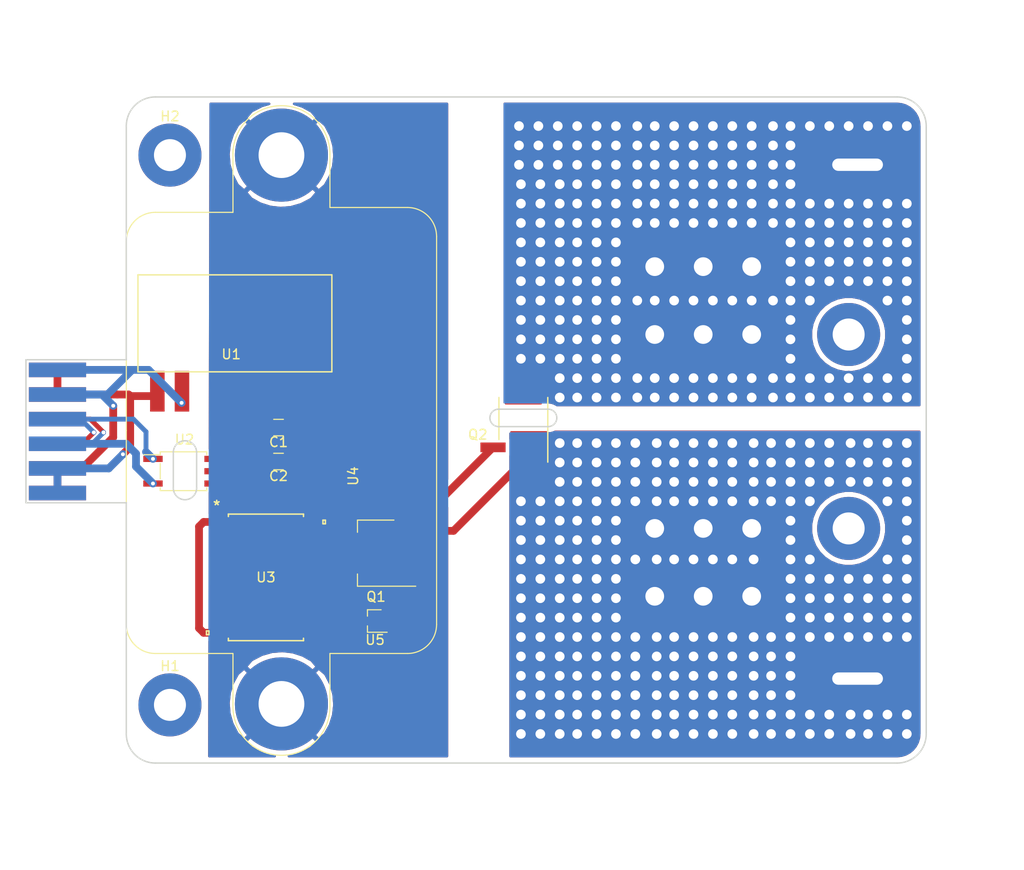
<source format=kicad_pcb>
(kicad_pcb (version 20171130) (host pcbnew 5.1.6-c6e7f7d~86~ubuntu20.04.1)

  (general
    (thickness 1.6)
    (drawings 29)
    (tracks 618)
    (zones 0)
    (modules 19)
    (nets 18)
  )

  (page A4)
  (layers
    (0 F.Cu signal)
    (31 B.Cu signal)
    (32 B.Adhes user)
    (33 F.Adhes user)
    (34 B.Paste user)
    (35 F.Paste user)
    (36 B.SilkS user)
    (37 F.SilkS user)
    (38 B.Mask user hide)
    (39 F.Mask user hide)
    (40 Dwgs.User user)
    (41 Cmts.User user)
    (42 Eco1.User user)
    (43 Eco2.User user)
    (44 Edge.Cuts user)
    (45 Margin user)
    (46 B.CrtYd user)
    (47 F.CrtYd user)
    (48 B.Fab user hide)
    (49 F.Fab user)
  )

  (setup
    (last_trace_width 0.25)
    (trace_clearance 0.2)
    (zone_clearance 0.508)
    (zone_45_only no)
    (trace_min 0.2)
    (via_size 0.6)
    (via_drill 0.4)
    (via_min_size 0.4)
    (via_min_drill 0.3)
    (uvia_size 0.3)
    (uvia_drill 0.1)
    (uvias_allowed no)
    (uvia_min_size 0.2)
    (uvia_min_drill 0.1)
    (edge_width 0.15)
    (segment_width 0.2)
    (pcb_text_width 0.3)
    (pcb_text_size 1.5 1.5)
    (mod_edge_width 0.15)
    (mod_text_size 1 1)
    (mod_text_width 0.15)
    (pad_size 6.5 6.5)
    (pad_drill 3.3)
    (pad_to_mask_clearance 0.2)
    (aux_axis_origin 0 0)
    (grid_origin 175 95.5)
    (visible_elements 7FFFFFFF)
    (pcbplotparams
      (layerselection 0x00030_80000001)
      (usegerberextensions false)
      (usegerberattributes true)
      (usegerberadvancedattributes true)
      (creategerberjobfile true)
      (excludeedgelayer true)
      (linewidth 0.100000)
      (plotframeref false)
      (viasonmask false)
      (mode 1)
      (useauxorigin false)
      (hpglpennumber 1)
      (hpglpenspeed 20)
      (hpglpendiameter 15.000000)
      (psnegative false)
      (psa4output false)
      (plotreference true)
      (plotvalue true)
      (plotinvisibletext false)
      (padsonsilk false)
      (subtractmaskfromsilk false)
      (outputformat 1)
      (mirror false)
      (drillshape 1)
      (scaleselection 1)
      (outputdirectory ""))
  )

  (net 0 "")
  (net 1 GNDD)
  (net 2 GND)
  (net 3 Trig+)
  (net 4 Trig-)
  (net 5 +12V)
  (net 6 VGS)
  (net 7 "Net-(U4-Pad4)")
  (net 8 "Net-(U4-Pad3)")
  (net 9 "Net-(U4-Pad2)")
  (net 10 /6V)
  (net 11 /ZVN_Gate)
  (net 12 /Opto_Out)
  (net 13 "Net-(H1-Pad1)")
  (net 14 "Net-(H2-Pad1)")
  (net 15 "Net-(H3-Pad1)")
  (net 16 "Net-(H4-Pad1)")
  (net 17 Gan_Drain)

  (net_class Default "This is the default net class."
    (clearance 0.2)
    (trace_width 0.25)
    (via_dia 0.6)
    (via_drill 0.4)
    (uvia_dia 0.3)
    (uvia_drill 0.1)
    (add_net /Opto_Out)
    (add_net /ZVN_Gate)
    (add_net Gan_Drain)
    (add_net "Net-(H1-Pad1)")
    (add_net "Net-(H2-Pad1)")
    (add_net "Net-(H3-Pad1)")
    (add_net "Net-(H4-Pad1)")
    (add_net "Net-(U4-Pad3)")
    (add_net "Net-(U4-Pad4)")
  )

  (net_class 12V_PWR ""
    (clearance 0.2)
    (trace_width 0.8)
    (via_dia 0.8)
    (via_drill 0.4)
    (uvia_dia 0.3)
    (uvia_drill 0.1)
    (add_net +12V)
    (add_net GND)
  )

  (net_class 6V_PWR ""
    (clearance 0.2)
    (trace_width 0.8)
    (via_dia 0.5)
    (via_drill 0.4)
    (uvia_dia 0.3)
    (uvia_drill 0.1)
    (add_net /6V)
    (add_net GNDD)
    (add_net Trig+)
    (add_net Trig-)
    (add_net VGS)
  )

  (net_class VGS_Sig ""
    (clearance 0.2)
    (trace_width 0.4)
    (via_dia 0.6)
    (via_drill 0.4)
    (uvia_dia 0.3)
    (uvia_drill 0.1)
    (add_net "Net-(U4-Pad2)")
  )

  (module HPMI:RP-1206S (layer F.Cu) (tedit 5E4DD2A2) (tstamp 5ED28682)
    (at 68.7 95.85)
    (path /5E4C6C2E)
    (fp_text reference U1 (at 7.62 -3.81) (layer F.SilkS)
      (effects (font (size 1 1) (thickness 0.15)))
    )
    (fp_text value RP-1206S (at 7.62 -6.35) (layer F.Fab)
      (effects (font (size 1 1) (thickness 0.15)))
    )
    (fp_line (start -2 -12) (end -2 -2) (layer F.SilkS) (width 0.15))
    (fp_line (start 18 -12) (end -2 -12) (layer F.SilkS) (width 0.15))
    (fp_line (start 18 -2) (end 18 -12) (layer F.SilkS) (width 0.15))
    (fp_line (start -2 -2) (end 18 -2) (layer F.SilkS) (width 0.15))
    (pad 7 smd rect (at 15.24 0) (size 1.5 4.2) (layers F.Cu F.Paste F.Mask)
      (net 10 /6V))
    (pad 5 smd rect (at 10.16 0) (size 1.5 4.2) (layers F.Cu F.Paste F.Mask)
      (net 1 GNDD))
    (pad 2 smd rect (at 2.54 0) (size 1.5 4.2) (layers F.Cu F.Paste F.Mask)
      (net 2 GND))
    (pad 1 smd rect (at 0 0) (size 1.5 4.2) (layers F.Cu F.Paste F.Mask)
      (net 5 +12V))
    (model "../../../../../../Users/Michael/Desktop/HPMI/3D Cad Files/RP-1206S.wrl"
      (offset (xyz 0 0 1.193799982070923))
      (scale (xyz 0.393 0.393 0.393))
      (rotate (xyz 0 0 0))
    )
  )

  (module HPMI:LMB_Heeger_M10 locked (layer F.Cu) (tedit 5ED16501) (tstamp 5ED28B5F)
    (at 81.5 99.9)
    (path /5ED1A45C)
    (fp_text reference H0 (at 0 0.5) (layer F.SilkS) hide
      (effects (font (size 1 1) (thickness 0.15)))
    )
    (fp_text value Hole3 (at 0 -0.5) (layer F.Fab)
      (effects (font (size 1 1) (thickness 0.15)))
    )
    (fp_line (start -16 0) (end -16 -19.5) (layer F.SilkS) (width 0.12))
    (fp_line (start -5 -22.5) (end -5 -29) (layer F.SilkS) (width 0.12))
    (fp_line (start -13 -22.5) (end -5 -22.5) (layer F.SilkS) (width 0.12))
    (fp_line (start 13 -23) (end 5 -23) (layer F.SilkS) (width 0.12))
    (fp_line (start 16 0) (end 16 -20) (layer F.SilkS) (width 0.12))
    (fp_line (start 5 -28.5) (end 5 -23) (layer F.SilkS) (width 0.12))
    (fp_line (start 16 0) (end 16 20) (layer F.SilkS) (width 0.12))
    (fp_line (start -16 0) (end -16 20) (layer F.SilkS) (width 0.12))
    (fp_line (start 5 23) (end 13 23) (layer F.SilkS) (width 0.12))
    (fp_line (start -5 23) (end -13 23) (layer F.SilkS) (width 0.12))
    (fp_line (start 5 23) (end 5 28.5) (layer F.SilkS) (width 0.12))
    (fp_line (start -5 23) (end -5 28.5) (layer F.SilkS) (width 0.12))
    (fp_arc (start -13 -19.5) (end -13 -22.5) (angle -90) (layer F.SilkS) (width 0.12))
    (fp_arc (start 13 -20) (end 16 -20) (angle -90) (layer F.SilkS) (width 0.12))
    (fp_arc (start 0 -28.5) (end 5 -28.5) (angle -180) (layer F.SilkS) (width 0.12))
    (fp_arc (start 13 20) (end 13 23) (angle -90) (layer F.SilkS) (width 0.12))
    (fp_arc (start -13 20) (end -16 20) (angle -90) (layer F.SilkS) (width 0.12))
    (fp_arc (start 0 28.5) (end -5 28.5) (angle -180) (layer F.SilkS) (width 0.12))
    (pad 1 thru_hole circle (at 0 -28.4) (size 9.6 9.6) (drill 4.72) (layers *.Cu *.Mask)
      (net 1 GNDD))
    (pad 1 thru_hole circle (at 0 28.2) (size 9.6 9.6) (drill 4.72) (layers *.Cu *.Mask)
      (net 1 GNDD))
  )

  (module Capacitors_SMD:C_0805 (layer F.Cu) (tedit 58AA8463) (tstamp 5ED28C2A)
    (at 81.2 99.6 180)
    (descr "Capacitor SMD 0805, reflow soldering, AVX (see smccp.pdf)")
    (tags "capacitor 0805")
    (path /5E4C8D8C)
    (attr smd)
    (fp_text reference C1 (at 0 -1.5 180) (layer F.SilkS)
      (effects (font (size 1 1) (thickness 0.15)))
    )
    (fp_text value "4.7 uF" (at 0 1.75 180) (layer F.Fab)
      (effects (font (size 1 1) (thickness 0.15)))
    )
    (fp_line (start 1.75 0.87) (end -1.75 0.87) (layer F.CrtYd) (width 0.05))
    (fp_line (start 1.75 0.87) (end 1.75 -0.88) (layer F.CrtYd) (width 0.05))
    (fp_line (start -1.75 -0.88) (end -1.75 0.87) (layer F.CrtYd) (width 0.05))
    (fp_line (start -1.75 -0.88) (end 1.75 -0.88) (layer F.CrtYd) (width 0.05))
    (fp_line (start -0.5 0.85) (end 0.5 0.85) (layer F.SilkS) (width 0.12))
    (fp_line (start 0.5 -0.85) (end -0.5 -0.85) (layer F.SilkS) (width 0.12))
    (fp_line (start -1 -0.62) (end 1 -0.62) (layer F.Fab) (width 0.1))
    (fp_line (start 1 -0.62) (end 1 0.62) (layer F.Fab) (width 0.1))
    (fp_line (start 1 0.62) (end -1 0.62) (layer F.Fab) (width 0.1))
    (fp_line (start -1 0.62) (end -1 -0.62) (layer F.Fab) (width 0.1))
    (fp_text user %R (at 0 -1.5 180) (layer F.Fab)
      (effects (font (size 1 1) (thickness 0.15)))
    )
    (pad 1 smd rect (at -1 0 180) (size 1 1.25) (layers F.Cu F.Paste F.Mask)
      (net 10 /6V))
    (pad 2 smd rect (at 1 0 180) (size 1 1.25) (layers F.Cu F.Paste F.Mask)
      (net 1 GNDD))
    (model Capacitors_SMD.3dshapes/C_0805.wrl
      (at (xyz 0 0 0))
      (scale (xyz 1 1 1))
      (rotate (xyz 0 0 0))
    )
  )

  (module Capacitors_SMD:C_0805 (layer F.Cu) (tedit 58AA8463) (tstamp 5ED28C7B)
    (at 81.2 103.1 180)
    (descr "Capacitor SMD 0805, reflow soldering, AVX (see smccp.pdf)")
    (tags "capacitor 0805")
    (path /5E4C9482)
    (attr smd)
    (fp_text reference C2 (at 0 -1.5 180) (layer F.SilkS)
      (effects (font (size 1 1) (thickness 0.15)))
    )
    (fp_text value "0.22 uF" (at 0 1.75 180) (layer F.Fab)
      (effects (font (size 1 1) (thickness 0.15)))
    )
    (fp_line (start 1.75 0.87) (end -1.75 0.87) (layer F.CrtYd) (width 0.05))
    (fp_line (start 1.75 0.87) (end 1.75 -0.88) (layer F.CrtYd) (width 0.05))
    (fp_line (start -1.75 -0.88) (end -1.75 0.87) (layer F.CrtYd) (width 0.05))
    (fp_line (start -1.75 -0.88) (end 1.75 -0.88) (layer F.CrtYd) (width 0.05))
    (fp_line (start -0.5 0.85) (end 0.5 0.85) (layer F.SilkS) (width 0.12))
    (fp_line (start 0.5 -0.85) (end -0.5 -0.85) (layer F.SilkS) (width 0.12))
    (fp_line (start -1 -0.62) (end 1 -0.62) (layer F.Fab) (width 0.1))
    (fp_line (start 1 -0.62) (end 1 0.62) (layer F.Fab) (width 0.1))
    (fp_line (start 1 0.62) (end -1 0.62) (layer F.Fab) (width 0.1))
    (fp_line (start -1 0.62) (end -1 -0.62) (layer F.Fab) (width 0.1))
    (fp_text user %R (at 0 -1.5 180) (layer F.Fab)
      (effects (font (size 1 1) (thickness 0.15)))
    )
    (pad 1 smd rect (at -1 0 180) (size 1 1.25) (layers F.Cu F.Paste F.Mask)
      (net 6 VGS))
    (pad 2 smd rect (at 1 0 180) (size 1 1.25) (layers F.Cu F.Paste F.Mask)
      (net 1 GNDD))
    (model Capacitors_SMD.3dshapes/C_0805.wrl
      (at (xyz 0 0 0))
      (scale (xyz 1 1 1))
      (rotate (xyz 0 0 0))
    )
  )

  (module HPMI:2_54mm_Edge_2x6 (layer F.Cu) (tedit 5E4DBB20) (tstamp 5ED28BED)
    (at 58.4 106.35 90)
    (path /5E4B3CD8)
    (fp_text reference P1 (at 7.62 -3.81 90) (layer F.SilkS) hide
      (effects (font (size 1 1) (thickness 0.15)))
    )
    (fp_text value CONN_02X06 (at 6.35 -5.08 90) (layer F.Fab)
      (effects (font (size 1 1) (thickness 0.15)))
    )
    (pad 12 smd rect (at 12.7 0 90) (size 1.5 5.9) (layers B.Cu B.Mask)
      (net 2 GND))
    (pad 10 smd rect (at 10.16 0 90) (size 1.5 5.9) (layers B.Cu B.Mask)
      (net 2 GND))
    (pad 8 smd rect (at 7.62 0 90) (size 1.5 5.9) (layers B.Cu B.Mask)
      (net 3 Trig+))
    (pad 6 smd rect (at 5.08 0 90) (size 1.5 5.9) (layers B.Cu B.Mask)
      (net 4 Trig-))
    (pad 4 smd rect (at 2.54 0 90) (size 1.5 5.9) (layers B.Cu B.Mask)
      (net 5 +12V))
    (pad 2 smd rect (at 0 0 90) (size 1.5 5.9) (layers B.Cu B.Mask)
      (net 5 +12V))
    (pad 11 smd rect (at 12.7 0 90) (size 1.5 5.9) (layers F.Cu F.Mask)
      (net 5 +12V))
    (pad 9 smd rect (at 10.16 0 90) (size 1.5 5.9) (layers F.Cu F.Mask)
      (net 5 +12V))
    (pad 7 smd rect (at 7.62 0 90) (size 1.5 5.9) (layers F.Cu F.Mask)
      (net 4 Trig-))
    (pad 5 smd rect (at 5.08 0 90) (size 1.5 5.9) (layers F.Cu F.Mask)
      (net 3 Trig+))
    (pad 3 smd rect (at 2.54 0 90) (size 1.5 5.9) (layers F.Cu F.Mask)
      (net 2 GND))
    (pad 1 smd rect (at 0 0 90) (size 1.5 5.9) (layers F.Cu F.Mask)
      (net 2 GND))
  )

  (module Housings_SOIC:SO-5_4.4x3.6mm_Pitch1.27mm (layer F.Cu) (tedit 591B43FE) (tstamp 5ED28BA7)
    (at 71.4 104.1)
    (descr "5-Lead Plastic Small Outline (SO), see https://docs.broadcom.com/cs/Satellite?blobcol=urldata&blobheader=application%2Fpdf&blobheadername1=Content-Disposition&blobheadername2=Content-Type&blobheadername3=MDT-Type&blobheadervalue1=attachment%3Bfilename%3DIPD-Selection-Guide_AV00-0254EN_030617.pdf&blobheadervalue2=application%2Fx-download&blobheadervalue3=abinary%253B%2Bcharset%253DUTF-8&blobkey=id&blobnocache=true&blobtable=MungoBlobs&blobwhere=1430884105675&ssbinary=true")
    (tags "SO SOIC 1.27")
    (path /5E4C640C)
    (attr smd)
    (fp_text reference U2 (at 0.1 -3.265) (layer F.SilkS)
      (effects (font (size 1 1) (thickness 0.15)))
    )
    (fp_text value APS1551SX (at 0.05 3.385) (layer F.Fab)
      (effects (font (size 1 1) (thickness 0.15)))
    )
    (fp_line (start 4.4 2.05) (end -4.4 2.05) (layer F.CrtYd) (width 0.05))
    (fp_line (start 4.4 2.05) (end 4.4 -2.05) (layer F.CrtYd) (width 0.05))
    (fp_line (start -4.4 -2.05) (end -4.4 2.05) (layer F.CrtYd) (width 0.05))
    (fp_line (start -4.4 -2.05) (end 4.4 -2.05) (layer F.CrtYd) (width 0.05))
    (fp_line (start -1.4 -1.8) (end 2.2 -1.8) (layer F.Fab) (width 0.12))
    (fp_line (start -2.2 -1) (end -1.4 -1.8) (layer F.Fab) (width 0.12))
    (fp_line (start -2.2 1.8) (end -2.2 -1) (layer F.Fab) (width 0.12))
    (fp_line (start 2.2 1.8) (end -2.2 1.8) (layer F.Fab) (width 0.12))
    (fp_line (start 2.2 -1.8) (end 2.2 1.8) (layer F.Fab) (width 0.12))
    (fp_line (start 2.4 -2) (end 2.4 -1.7) (layer F.SilkS) (width 0.12))
    (fp_line (start -2.4 -2) (end 2.4 -2) (layer F.SilkS) (width 0.12))
    (fp_line (start -2.4 -1.7) (end -2.4 -2) (layer F.SilkS) (width 0.12))
    (fp_line (start -2.4 2) (end -2.4 1.7) (layer F.SilkS) (width 0.12))
    (fp_line (start 2.4 2) (end -2.4 2) (layer F.SilkS) (width 0.12))
    (fp_line (start 2.4 1.7) (end 2.4 2) (layer F.SilkS) (width 0.12))
    (fp_line (start -2.4 0.8) (end -2.4 -0.8) (layer F.SilkS) (width 0.12))
    (fp_line (start -2.4 -1.7) (end -4.1 -1.7) (layer F.SilkS) (width 0.12))
    (fp_text user %R (at 0 -0.065) (layer F.Fab)
      (effects (font (size 1 1) (thickness 0.15)))
    )
    (pad 1 smd rect (at -3.15 -1.27) (size 2 0.64) (layers F.Cu F.Paste F.Mask)
      (net 3 Trig+))
    (pad 3 smd rect (at -3.15 1.27) (size 2 0.64) (layers F.Cu F.Paste F.Mask)
      (net 4 Trig-))
    (pad 4 smd rect (at 3.15 1.27) (size 2 0.64) (layers F.Cu F.Paste F.Mask)
      (net 1 GNDD))
    (pad 5 smd rect (at 3.15 0) (size 2 0.64) (layers F.Cu F.Paste F.Mask)
      (net 12 /Opto_Out))
    (pad 6 smd rect (at 3.15 -1.27) (size 2 0.64) (layers F.Cu F.Paste F.Mask)
      (net 6 VGS))
    (model ${KISYS3DMOD}/Housings_SOIC.3dshapes/SO-5_4.4x3.6mm_Pitch1.27mm.wrl
      (offset (xyz 0 0.01500000025472259 0))
      (scale (xyz 1 1 1))
      (rotate (xyz 0 0 0))
    )
  )

  (module HPMI:M-542CT (layer F.Cu) (tedit 5E4DEBDB) (tstamp 5ED28C55)
    (at 85.9 99.6 270)
    (path /5E4C8806)
    (fp_text reference U4 (at 5 -3 270) (layer F.SilkS)
      (effects (font (size 1 1) (thickness 0.15)))
    )
    (fp_text value M-542CT (at 4 -5 270) (layer F.Fab)
      (effects (font (size 1 1) (thickness 0.15)))
    )
    (pad 5 smd rect (at 7.62 -7.75 270) (size 1.7 2.25) (layers F.Cu F.Paste F.Mask)
      (net 6 VGS))
    (pad 6 smd rect (at 5.08 -7.75 270) (size 1.7 2.25) (layers F.Cu F.Paste F.Mask)
      (net 7 "Net-(U4-Pad4)"))
    (pad 7 smd rect (at 2.54 -7.75 270) (size 1.7 2.25) (layers F.Cu F.Paste F.Mask)
      (net 8 "Net-(U4-Pad3)"))
    (pad 8 smd rect (at 0 -7.75 270) (size 1.7 2.25) (layers F.Cu F.Paste F.Mask)
      (net 9 "Net-(U4-Pad2)"))
    (pad 4 smd rect (at 7.62 0 270) (size 1.7 2.25) (layers F.Cu F.Paste F.Mask)
      (net 7 "Net-(U4-Pad4)"))
    (pad 3 smd rect (at 5.08 0 270) (size 1.7 2.25) (layers F.Cu F.Paste F.Mask)
      (net 8 "Net-(U4-Pad3)"))
    (pad 2 smd rect (at 2.54 0 270) (size 1.7 2.25) (layers F.Cu F.Paste F.Mask)
      (net 9 "Net-(U4-Pad2)"))
    (pad 1 smd rect (at 0 0 270) (size 1.7 2.25) (layers F.Cu F.Paste F.Mask)
      (net 10 /6V))
  )

  (module HPMI:M3_Hole (layer F.Cu) (tedit 5ED1797E) (tstamp 5ED288AF)
    (at 70 128.2)
    (path /5E503298)
    (fp_text reference H1 (at 0 -4) (layer F.SilkS)
      (effects (font (size 1 1) (thickness 0.15)))
    )
    (fp_text value Hole1 (at 0 -6) (layer F.Fab)
      (effects (font (size 1 1) (thickness 0.15)))
    )
    (pad 1 thru_hole circle (at 0 0) (size 6.5 6.5) (drill 3.3) (layers *.Cu *.Mask)
      (net 13 "Net-(H1-Pad1)"))
  )

  (module HPMI:M3_Hole (layer F.Cu) (tedit 5E503261) (tstamp 5ED286D8)
    (at 70 71.5)
    (path /5E503691)
    (fp_text reference H2 (at 0 -4) (layer F.SilkS)
      (effects (font (size 1 1) (thickness 0.15)))
    )
    (fp_text value Hole2 (at 0 -6) (layer F.Fab)
      (effects (font (size 1 1) (thickness 0.15)))
    )
    (pad 1 thru_hole circle (at 0 0) (size 6.5 6.5) (drill 3.3) (layers *.Cu *.Mask)
      (net 14 "Net-(H2-Pad1)"))
  )

  (module HPMI:SOT-223 (layer F.Cu) (tedit 58CE4E7E) (tstamp 5ED28647)
    (at 91.25 112.55 180)
    (descr "module CMS SOT223 4 pins")
    (tags "CMS SOT")
    (path /5E4C9FE3)
    (attr smd)
    (fp_text reference Q1 (at 0 -4.5 180) (layer F.SilkS)
      (effects (font (size 1 1) (thickness 0.15)))
    )
    (fp_text value Q_NMOS_GDSD (at 0 4.5 180) (layer F.Fab)
      (effects (font (size 1 1) (thickness 0.15)))
    )
    (fp_line (start 1.85 -3.35) (end 1.85 3.35) (layer F.Fab) (width 0.1))
    (fp_line (start -1.85 3.35) (end 1.85 3.35) (layer F.Fab) (width 0.1))
    (fp_line (start -4.1 -3.41) (end 1.91 -3.41) (layer F.SilkS) (width 0.12))
    (fp_line (start -0.8 -3.35) (end 1.85 -3.35) (layer F.Fab) (width 0.1))
    (fp_line (start -1.85 3.41) (end 1.91 3.41) (layer F.SilkS) (width 0.12))
    (fp_line (start -1.85 -2.3) (end -1.85 3.35) (layer F.Fab) (width 0.1))
    (fp_line (start -4.4 -3.6) (end -4.4 3.6) (layer F.CrtYd) (width 0.05))
    (fp_line (start -4.4 3.6) (end 4.4 3.6) (layer F.CrtYd) (width 0.05))
    (fp_line (start 4.4 3.6) (end 4.4 -3.6) (layer F.CrtYd) (width 0.05))
    (fp_line (start 4.4 -3.6) (end -4.4 -3.6) (layer F.CrtYd) (width 0.05))
    (fp_line (start 1.91 -3.41) (end 1.91 -2.15) (layer F.SilkS) (width 0.12))
    (fp_line (start 1.91 3.41) (end 1.91 2.15) (layer F.SilkS) (width 0.12))
    (fp_line (start -1.85 -2.3) (end -0.8 -3.35) (layer F.Fab) (width 0.1))
    (fp_text user %R (at 0 0 270) (layer F.Fab)
      (effects (font (size 0.8 0.8) (thickness 0.12)))
    )
    (pad 4 smd rect (at 3.15 0 180) (size 2 3.8) (layers F.Cu F.Paste F.Mask)
      (net 6 VGS))
    (pad 2 smd rect (at -3.15 0 180) (size 2 1.5) (layers F.Cu F.Paste F.Mask)
      (net 6 VGS))
    (pad 3 smd rect (at -3.15 2.3 180) (size 2 1.5) (layers F.Cu F.Paste F.Mask)
      (net 1 GNDD))
    (pad 1 smd rect (at -3.15 -2.3 180) (size 2 1.5) (layers F.Cu F.Paste F.Mask)
      (net 11 /ZVN_Gate))
    (model ${KISYS3DMOD}/TO_SOT_Packages_SMD.3dshapes/SOT-223.wrl
      (at (xyz 0 0 0))
      (scale (xyz 0.4 0.4 0.4))
      (rotate (xyz 0 0 90))
    )
  )

  (module TO_SOT_Packages_SMD:SOT-323_SC-70 (layer F.Cu) (tedit 58CE4E7E) (tstamp 5ED286AC)
    (at 91.1 119.55 180)
    (descr "SOT-323, SC-70")
    (tags "SOT-323 SC-70")
    (path /5E51BE4C)
    (attr smd)
    (fp_text reference U5 (at -0.05 -1.95 180) (layer F.SilkS)
      (effects (font (size 1 1) (thickness 0.15)))
    )
    (fp_text value BAT54CFILM (at -0.05 2.05 180) (layer F.Fab)
      (effects (font (size 1 1) (thickness 0.15)))
    )
    (fp_line (start -0.18 -1.1) (end -0.68 -0.6) (layer F.Fab) (width 0.1))
    (fp_line (start 0.67 1.1) (end -0.68 1.1) (layer F.Fab) (width 0.1))
    (fp_line (start 0.67 -1.1) (end 0.67 1.1) (layer F.Fab) (width 0.1))
    (fp_line (start -0.68 -0.6) (end -0.68 1.1) (layer F.Fab) (width 0.1))
    (fp_line (start 0.67 -1.1) (end -0.18 -1.1) (layer F.Fab) (width 0.1))
    (fp_line (start -0.68 1.16) (end 0.73 1.16) (layer F.SilkS) (width 0.12))
    (fp_line (start 0.73 -1.16) (end -1.3 -1.16) (layer F.SilkS) (width 0.12))
    (fp_line (start -1.7 1.3) (end -1.7 -1.3) (layer F.CrtYd) (width 0.05))
    (fp_line (start -1.7 -1.3) (end 1.7 -1.3) (layer F.CrtYd) (width 0.05))
    (fp_line (start 1.7 -1.3) (end 1.7 1.3) (layer F.CrtYd) (width 0.05))
    (fp_line (start 1.7 1.3) (end -1.7 1.3) (layer F.CrtYd) (width 0.05))
    (fp_line (start 0.73 -1.16) (end 0.73 -0.5) (layer F.SilkS) (width 0.12))
    (fp_line (start 0.73 0.5) (end 0.73 1.16) (layer F.SilkS) (width 0.12))
    (fp_text user %R (at 0 0 90) (layer F.Fab)
      (effects (font (size 0.5 0.5) (thickness 0.075)))
    )
    (pad 1 smd rect (at -1 -0.65 90) (size 0.45 0.7) (layers F.Cu F.Paste F.Mask)
      (net 1 GNDD))
    (pad 2 smd rect (at -1 0.65 90) (size 0.45 0.7) (layers F.Cu F.Paste F.Mask)
      (net 1 GNDD))
    (pad 3 smd rect (at 1 0 90) (size 0.45 0.7) (layers F.Cu F.Paste F.Mask)
      (net 11 /ZVN_Gate))
    (model ${KISYS3DMOD}/TO_SOT_Packages_SMD.3dshapes/SOT-323_SC-70.wrl
      (at (xyz 0 0 0))
      (scale (xyz 1 1 1))
      (rotate (xyz 0 0 0))
    )
  )

  (module HPMI:MC74VHC540DWR2G (layer F.Cu) (tedit 5ECAC58B) (tstamp 5ED28775)
    (at 79.9 115.05)
    (path /5ECB49BA)
    (fp_text reference U3 (at 0 0) (layer F.SilkS)
      (effects (font (size 1 1) (thickness 0.15)))
    )
    (fp_text value MC74VHC540DWR2G (at 0 0 90) (layer F.SilkS) hide
      (effects (font (size 1 1) (thickness 0.15)))
    )
    (fp_line (start -4.0005 6.2357) (end -5.8801 6.2357) (layer F.CrtYd) (width 0.1524))
    (fp_line (start -4.0005 6.6548) (end -4.0005 6.2357) (layer F.CrtYd) (width 0.1524))
    (fp_line (start 4.0005 6.6548) (end -4.0005 6.6548) (layer F.CrtYd) (width 0.1524))
    (fp_line (start 4.0005 6.2357) (end 4.0005 6.6548) (layer F.CrtYd) (width 0.1524))
    (fp_line (start 5.8801 6.2357) (end 4.0005 6.2357) (layer F.CrtYd) (width 0.1524))
    (fp_line (start 5.8801 -6.2357) (end 5.8801 6.2357) (layer F.CrtYd) (width 0.1524))
    (fp_line (start 4.0005 -6.2357) (end 5.8801 -6.2357) (layer F.CrtYd) (width 0.1524))
    (fp_line (start 4.0005 -6.6548) (end 4.0005 -6.2357) (layer F.CrtYd) (width 0.1524))
    (fp_line (start -4.0005 -6.6548) (end 4.0005 -6.6548) (layer F.CrtYd) (width 0.1524))
    (fp_line (start -4.0005 -6.2357) (end -4.0005 -6.6548) (layer F.CrtYd) (width 0.1524))
    (fp_line (start -5.8801 -6.2357) (end -4.0005 -6.2357) (layer F.CrtYd) (width 0.1524))
    (fp_line (start -5.8801 6.2357) (end -5.8801 -6.2357) (layer F.CrtYd) (width 0.1524))
    (fp_line (start 5.8801 -5.9055) (end 6.1341 -5.9055) (layer F.SilkS) (width 0.1524))
    (fp_line (start 5.8801 -5.5245) (end 5.8801 -5.9055) (layer F.SilkS) (width 0.1524))
    (fp_line (start 6.1341 -5.5245) (end 5.8801 -5.5245) (layer F.SilkS) (width 0.1524))
    (fp_line (start 6.1341 -5.9055) (end 6.1341 -5.5245) (layer F.SilkS) (width 0.1524))
    (fp_line (start -5.8801 5.5245) (end -6.1341 5.5245) (layer F.SilkS) (width 0.1524))
    (fp_line (start -5.8801 5.9055) (end -5.8801 5.5245) (layer F.SilkS) (width 0.1524))
    (fp_line (start -6.1341 5.9055) (end -5.8801 5.9055) (layer F.SilkS) (width 0.1524))
    (fp_line (start -6.1341 5.5245) (end -6.1341 5.9055) (layer F.SilkS) (width 0.1524))
    (fp_line (start 3.8735 -6.277487) (end 3.8735 -6.5278) (layer F.SilkS) (width 0.1524))
    (fp_line (start -3.8735 6.277487) (end -3.8735 6.5278) (layer F.SilkS) (width 0.1524))
    (fp_line (start -3.7465 -6.4008) (end -3.7465 6.4008) (layer F.Fab) (width 0.1524))
    (fp_line (start 3.7465 -6.4008) (end -3.7465 -6.4008) (layer F.Fab) (width 0.1524))
    (fp_line (start 3.7465 6.4008) (end 3.7465 -6.4008) (layer F.Fab) (width 0.1524))
    (fp_line (start -3.7465 6.4008) (end 3.7465 6.4008) (layer F.Fab) (width 0.1524))
    (fp_line (start -3.8735 -6.5278) (end -3.8735 -6.277487) (layer F.SilkS) (width 0.1524))
    (fp_line (start 3.8735 -6.5278) (end -3.8735 -6.5278) (layer F.SilkS) (width 0.1524))
    (fp_line (start 3.8735 6.5278) (end 3.8735 6.277487) (layer F.SilkS) (width 0.1524))
    (fp_line (start -3.8735 6.5278) (end 3.8735 6.5278) (layer F.SilkS) (width 0.1524))
    (fp_line (start 5.2705 -5.9563) (end 3.7465 -5.9563) (layer F.Fab) (width 0.1524))
    (fp_line (start 5.2705 -5.4737) (end 5.2705 -5.9563) (layer F.Fab) (width 0.1524))
    (fp_line (start 3.7465 -5.4737) (end 5.2705 -5.4737) (layer F.Fab) (width 0.1524))
    (fp_line (start 3.7465 -5.9563) (end 3.7465 -5.4737) (layer F.Fab) (width 0.1524))
    (fp_line (start 5.2705 -4.6863) (end 3.7465 -4.6863) (layer F.Fab) (width 0.1524))
    (fp_line (start 5.2705 -4.2037) (end 5.2705 -4.6863) (layer F.Fab) (width 0.1524))
    (fp_line (start 3.7465 -4.2037) (end 5.2705 -4.2037) (layer F.Fab) (width 0.1524))
    (fp_line (start 3.7465 -4.6863) (end 3.7465 -4.2037) (layer F.Fab) (width 0.1524))
    (fp_line (start 5.2705 -3.4163) (end 3.7465 -3.4163) (layer F.Fab) (width 0.1524))
    (fp_line (start 5.2705 -2.9337) (end 5.2705 -3.4163) (layer F.Fab) (width 0.1524))
    (fp_line (start 3.7465 -2.9337) (end 5.2705 -2.9337) (layer F.Fab) (width 0.1524))
    (fp_line (start 3.7465 -3.4163) (end 3.7465 -2.9337) (layer F.Fab) (width 0.1524))
    (fp_line (start 5.2705 -2.1463) (end 3.7465 -2.1463) (layer F.Fab) (width 0.1524))
    (fp_line (start 5.2705 -1.6637) (end 5.2705 -2.1463) (layer F.Fab) (width 0.1524))
    (fp_line (start 3.7465 -1.6637) (end 5.2705 -1.6637) (layer F.Fab) (width 0.1524))
    (fp_line (start 3.7465 -2.1463) (end 3.7465 -1.6637) (layer F.Fab) (width 0.1524))
    (fp_line (start 5.2705 -0.8763) (end 3.7465 -0.8763) (layer F.Fab) (width 0.1524))
    (fp_line (start 5.2705 -0.3937) (end 5.2705 -0.8763) (layer F.Fab) (width 0.1524))
    (fp_line (start 3.7465 -0.3937) (end 5.2705 -0.3937) (layer F.Fab) (width 0.1524))
    (fp_line (start 3.7465 -0.8763) (end 3.7465 -0.3937) (layer F.Fab) (width 0.1524))
    (fp_line (start 5.2705 0.3937) (end 3.7465 0.3937) (layer F.Fab) (width 0.1524))
    (fp_line (start 5.2705 0.8763) (end 5.2705 0.3937) (layer F.Fab) (width 0.1524))
    (fp_line (start 3.7465 0.8763) (end 5.2705 0.8763) (layer F.Fab) (width 0.1524))
    (fp_line (start 3.7465 0.3937) (end 3.7465 0.8763) (layer F.Fab) (width 0.1524))
    (fp_line (start 5.2705 1.6637) (end 3.7465 1.6637) (layer F.Fab) (width 0.1524))
    (fp_line (start 5.2705 2.1463) (end 5.2705 1.6637) (layer F.Fab) (width 0.1524))
    (fp_line (start 3.7465 2.1463) (end 5.2705 2.1463) (layer F.Fab) (width 0.1524))
    (fp_line (start 3.7465 1.6637) (end 3.7465 2.1463) (layer F.Fab) (width 0.1524))
    (fp_line (start 5.2705 2.9337) (end 3.7465 2.9337) (layer F.Fab) (width 0.1524))
    (fp_line (start 5.2705 3.4163) (end 5.2705 2.9337) (layer F.Fab) (width 0.1524))
    (fp_line (start 3.7465 3.4163) (end 5.2705 3.4163) (layer F.Fab) (width 0.1524))
    (fp_line (start 3.7465 2.9337) (end 3.7465 3.4163) (layer F.Fab) (width 0.1524))
    (fp_line (start 5.2705 4.2037) (end 3.7465 4.2037) (layer F.Fab) (width 0.1524))
    (fp_line (start 5.2705 4.6863) (end 5.2705 4.2037) (layer F.Fab) (width 0.1524))
    (fp_line (start 3.7465 4.6863) (end 5.2705 4.6863) (layer F.Fab) (width 0.1524))
    (fp_line (start 3.7465 4.2037) (end 3.7465 4.6863) (layer F.Fab) (width 0.1524))
    (fp_line (start 5.2705 5.4737) (end 3.7465 5.4737) (layer F.Fab) (width 0.1524))
    (fp_line (start 5.2705 5.9563) (end 5.2705 5.4737) (layer F.Fab) (width 0.1524))
    (fp_line (start 3.7465 5.9563) (end 5.2705 5.9563) (layer F.Fab) (width 0.1524))
    (fp_line (start 3.7465 5.4737) (end 3.7465 5.9563) (layer F.Fab) (width 0.1524))
    (fp_line (start -5.2705 5.9563) (end -3.7465 5.9563) (layer F.Fab) (width 0.1524))
    (fp_line (start -5.2705 5.4737) (end -5.2705 5.9563) (layer F.Fab) (width 0.1524))
    (fp_line (start -3.7465 5.4737) (end -5.2705 5.4737) (layer F.Fab) (width 0.1524))
    (fp_line (start -3.7465 5.9563) (end -3.7465 5.4737) (layer F.Fab) (width 0.1524))
    (fp_line (start -5.2705 4.6863) (end -3.7465 4.6863) (layer F.Fab) (width 0.1524))
    (fp_line (start -5.2705 4.2037) (end -5.2705 4.6863) (layer F.Fab) (width 0.1524))
    (fp_line (start -3.7465 4.2037) (end -5.2705 4.2037) (layer F.Fab) (width 0.1524))
    (fp_line (start -3.7465 4.6863) (end -3.7465 4.2037) (layer F.Fab) (width 0.1524))
    (fp_line (start -5.2705 3.4163) (end -3.7465 3.4163) (layer F.Fab) (width 0.1524))
    (fp_line (start -5.2705 2.9337) (end -5.2705 3.4163) (layer F.Fab) (width 0.1524))
    (fp_line (start -3.7465 2.9337) (end -5.2705 2.9337) (layer F.Fab) (width 0.1524))
    (fp_line (start -3.7465 3.4163) (end -3.7465 2.9337) (layer F.Fab) (width 0.1524))
    (fp_line (start -5.2705 2.1463) (end -3.7465 2.1463) (layer F.Fab) (width 0.1524))
    (fp_line (start -5.2705 1.6637) (end -5.2705 2.1463) (layer F.Fab) (width 0.1524))
    (fp_line (start -3.7465 1.6637) (end -5.2705 1.6637) (layer F.Fab) (width 0.1524))
    (fp_line (start -3.7465 2.1463) (end -3.7465 1.6637) (layer F.Fab) (width 0.1524))
    (fp_line (start -5.2705 0.8763) (end -3.7465 0.8763) (layer F.Fab) (width 0.1524))
    (fp_line (start -5.2705 0.3937) (end -5.2705 0.8763) (layer F.Fab) (width 0.1524))
    (fp_line (start -3.7465 0.3937) (end -5.2705 0.3937) (layer F.Fab) (width 0.1524))
    (fp_line (start -3.7465 0.8763) (end -3.7465 0.3937) (layer F.Fab) (width 0.1524))
    (fp_line (start -5.2705 -0.3937) (end -3.7465 -0.3937) (layer F.Fab) (width 0.1524))
    (fp_line (start -5.2705 -0.8763) (end -5.2705 -0.3937) (layer F.Fab) (width 0.1524))
    (fp_line (start -3.7465 -0.8763) (end -5.2705 -0.8763) (layer F.Fab) (width 0.1524))
    (fp_line (start -3.7465 -0.3937) (end -3.7465 -0.8763) (layer F.Fab) (width 0.1524))
    (fp_line (start -5.2705 -1.6637) (end -3.7465 -1.6637) (layer F.Fab) (width 0.1524))
    (fp_line (start -5.2705 -2.1463) (end -5.2705 -1.6637) (layer F.Fab) (width 0.1524))
    (fp_line (start -3.7465 -2.1463) (end -5.2705 -2.1463) (layer F.Fab) (width 0.1524))
    (fp_line (start -3.7465 -1.6637) (end -3.7465 -2.1463) (layer F.Fab) (width 0.1524))
    (fp_line (start -5.2705 -2.9337) (end -3.7465 -2.9337) (layer F.Fab) (width 0.1524))
    (fp_line (start -5.2705 -3.4163) (end -5.2705 -2.9337) (layer F.Fab) (width 0.1524))
    (fp_line (start -3.7465 -3.4163) (end -5.2705 -3.4163) (layer F.Fab) (width 0.1524))
    (fp_line (start -3.7465 -2.9337) (end -3.7465 -3.4163) (layer F.Fab) (width 0.1524))
    (fp_line (start -5.2705 -4.2037) (end -3.7465 -4.2037) (layer F.Fab) (width 0.1524))
    (fp_line (start -5.2705 -4.6863) (end -5.2705 -4.2037) (layer F.Fab) (width 0.1524))
    (fp_line (start -3.7465 -4.6863) (end -5.2705 -4.6863) (layer F.Fab) (width 0.1524))
    (fp_line (start -3.7465 -4.2037) (end -3.7465 -4.6863) (layer F.Fab) (width 0.1524))
    (fp_line (start -5.2705 -5.4737) (end -3.7465 -5.4737) (layer F.Fab) (width 0.1524))
    (fp_line (start -5.2705 -5.9563) (end -5.2705 -5.4737) (layer F.Fab) (width 0.1524))
    (fp_line (start -3.7465 -5.9563) (end -5.2705 -5.9563) (layer F.Fab) (width 0.1524))
    (fp_line (start -3.7465 -5.4737) (end -3.7465 -5.9563) (layer F.Fab) (width 0.1524))
    (fp_arc (start 0 -6.4008) (end 0.3048 -6.4008) (angle 180) (layer F.Fab) (width 0.1524))
    (fp_text user * (at -3.3655 -6.3246) (layer F.Fab)
      (effects (font (size 1 1) (thickness 0.15)))
    )
    (fp_text user * (at -5.08 -7.3914) (layer F.SilkS)
      (effects (font (size 1 1) (thickness 0.15)))
    )
    (fp_text user 0.063in/1.6mm (at -4.826 8.8138) (layer Dwgs.User)
      (effects (font (size 1 1) (thickness 0.15)))
    )
    (fp_text user 0.38in/9.652mm (at 0 -8.8138) (layer Dwgs.User)
      (effects (font (size 1 1) (thickness 0.15)))
    )
    (fp_text user 0.021in/0.533mm (at 7.874 -5.715) (layer Dwgs.User)
      (effects (font (size 1 1) (thickness 0.15)))
    )
    (fp_text user 0.05in/1.27mm (at -7.874 -5.08) (layer Dwgs.User)
      (effects (font (size 1 1) (thickness 0.15)))
    )
    (fp_text user * (at -3.3655 -6.3246) (layer F.Fab)
      (effects (font (size 1 1) (thickness 0.15)))
    )
    (fp_text user * (at -5.08 -7.3914) (layer F.SilkS)
      (effects (font (size 1 1) (thickness 0.15)))
    )
    (fp_text user "Copyright 2016 Accelerated Designs. All rights reserved." (at 0 0) (layer Cmts.User)
      (effects (font (size 0.127 0.127) (thickness 0.002)))
    )
    (pad 20 smd rect (at 4.826 -5.715) (size 1.6002 0.5334) (layers F.Cu F.Paste F.Mask)
      (net 6 VGS))
    (pad 19 smd rect (at 4.826 -4.445) (size 1.6002 0.5334) (layers F.Cu F.Paste F.Mask)
      (net 1 GNDD))
    (pad 18 smd rect (at 4.826 -3.175) (size 1.6002 0.5334) (layers F.Cu F.Paste F.Mask)
      (net 11 /ZVN_Gate))
    (pad 17 smd rect (at 4.826 -1.905) (size 1.6002 0.5334) (layers F.Cu F.Paste F.Mask)
      (net 11 /ZVN_Gate))
    (pad 16 smd rect (at 4.826 -0.635) (size 1.6002 0.5334) (layers F.Cu F.Paste F.Mask)
      (net 11 /ZVN_Gate))
    (pad 15 smd rect (at 4.826 0.635) (size 1.6002 0.5334) (layers F.Cu F.Paste F.Mask)
      (net 11 /ZVN_Gate))
    (pad 14 smd rect (at 4.826 1.905) (size 1.6002 0.5334) (layers F.Cu F.Paste F.Mask)
      (net 11 /ZVN_Gate))
    (pad 13 smd rect (at 4.826 3.175) (size 1.6002 0.5334) (layers F.Cu F.Paste F.Mask)
      (net 11 /ZVN_Gate))
    (pad 12 smd rect (at 4.826 4.445) (size 1.6002 0.5334) (layers F.Cu F.Paste F.Mask)
      (net 11 /ZVN_Gate))
    (pad 11 smd rect (at 4.826 5.715) (size 1.6002 0.5334) (layers F.Cu F.Paste F.Mask)
      (net 11 /ZVN_Gate))
    (pad 10 smd rect (at -4.826 5.715) (size 1.6002 0.5334) (layers F.Cu F.Paste F.Mask)
      (net 1 GNDD))
    (pad 9 smd rect (at -4.826 4.445) (size 1.6002 0.5334) (layers F.Cu F.Paste F.Mask)
      (net 12 /Opto_Out))
    (pad 8 smd rect (at -4.826 3.175) (size 1.6002 0.5334) (layers F.Cu F.Paste F.Mask)
      (net 12 /Opto_Out))
    (pad 7 smd rect (at -4.826 1.905) (size 1.6002 0.5334) (layers F.Cu F.Paste F.Mask)
      (net 12 /Opto_Out))
    (pad 6 smd rect (at -4.826 0.635) (size 1.6002 0.5334) (layers F.Cu F.Paste F.Mask)
      (net 12 /Opto_Out))
    (pad 5 smd rect (at -4.826 -0.635) (size 1.6002 0.5334) (layers F.Cu F.Paste F.Mask)
      (net 12 /Opto_Out))
    (pad 4 smd rect (at -4.826 -1.905) (size 1.6002 0.5334) (layers F.Cu F.Paste F.Mask)
      (net 12 /Opto_Out))
    (pad 3 smd rect (at -4.826 -3.175) (size 1.6002 0.5334) (layers F.Cu F.Paste F.Mask)
      (net 12 /Opto_Out))
    (pad 2 smd rect (at -4.826 -4.445) (size 1.6002 0.5334) (layers F.Cu F.Paste F.Mask)
      (net 12 /Opto_Out))
    (pad 1 smd rect (at -4.826 -5.715) (size 1.6002 0.5334) (layers F.Cu F.Paste F.Mask)
      (net 1 GNDD))
  )

  (module HPMI:M3_Hole (layer F.Cu) (tedit 5E503261) (tstamp 5ED2892D)
    (at 140 90)
    (path /5ED367D5)
    (fp_text reference H3 (at 0 -4) (layer F.SilkS) hide
      (effects (font (size 1 1) (thickness 0.15)))
    )
    (fp_text value Hole3 (at 0 -6) (layer F.Fab)
      (effects (font (size 1 1) (thickness 0.15)))
    )
    (pad 1 thru_hole circle (at 0 0) (size 6.5 6.5) (drill 3.3) (layers *.Cu *.Mask)
      (net 15 "Net-(H3-Pad1)"))
  )

  (module HPMI:M3_Hole (layer F.Cu) (tedit 5ED1D876) (tstamp 5ED2FC66)
    (at 140 110)
    (path /5ED434DB)
    (fp_text reference H4 (at 0 -4) (layer F.SilkS) hide
      (effects (font (size 1 1) (thickness 0.15)))
    )
    (fp_text value Hole4 (at 0 -6) (layer F.Fab)
      (effects (font (size 1 1) (thickness 0.15)))
    )
    (pad 1 thru_hole circle (at 0 0) (size 6.5 6.5) (drill 3.3) (layers *.Cu *.Mask)
      (net 16 "Net-(H4-Pad1)"))
  )

  (module HPMI:Anderson_PCB_Power_Contact_x1 (layer F.Cu) (tedit 5D4B2CC6) (tstamp 5ED2F6D4)
    (at 141 72.5)
    (path /5ED3A38A)
    (fp_text reference H5 (at -0.11 -3.26 180) (layer F.SilkS) hide
      (effects (font (size 1 1) (thickness 0.15)))
    )
    (fp_text value MountingHole_Pad (at -0.35 -4.64) (layer F.Fab)
      (effects (font (size 1 1) (thickness 0.15)))
    )
    (fp_line (start -4.8 2.6) (end -4.8 -2.8) (layer F.CrtYd) (width 0.15))
    (fp_line (start -4.8 -2.8) (end 4.6 -2.8) (layer F.CrtYd) (width 0.15))
    (fp_line (start 4.6 -2.8) (end 4.6 2.6) (layer F.CrtYd) (width 0.15))
    (fp_line (start 4.6 2.6) (end -4.8 2.6) (layer F.CrtYd) (width 0.15))
    (fp_line (start -4.8 2.6) (end -4.8 -2.8) (layer B.CrtYd) (width 0.15))
    (fp_line (start -4.8 -2.8) (end 4.6 -2.8) (layer B.CrtYd) (width 0.15))
    (fp_line (start 4.6 -2.8) (end 4.6 2.6) (layer B.CrtYd) (width 0.15))
    (fp_line (start 4.6 2.6) (end -4.8 2.6) (layer B.CrtYd) (width 0.15))
    (pad 1 thru_hole oval (at -0.08 -0.01 90) (size 5 9) (drill oval 1.27 5.23) (layers *.Cu *.Mask)
      (net 17 Gan_Drain))
  )

  (module HPMI:Anderson_PCB_Power_Contact_x1 (layer F.Cu) (tedit 5D4B2CC6) (tstamp 5ED2F6E1)
    (at 141 125.5)
    (path /5ED3AA8C)
    (fp_text reference H6 (at -0.11 -3.26 180) (layer F.SilkS) hide
      (effects (font (size 1 1) (thickness 0.15)))
    )
    (fp_text value MountingHole_Pad (at -0.35 -4.64) (layer F.Fab)
      (effects (font (size 1 1) (thickness 0.15)))
    )
    (fp_line (start 4.6 2.6) (end -4.8 2.6) (layer B.CrtYd) (width 0.15))
    (fp_line (start 4.6 -2.8) (end 4.6 2.6) (layer B.CrtYd) (width 0.15))
    (fp_line (start -4.8 -2.8) (end 4.6 -2.8) (layer B.CrtYd) (width 0.15))
    (fp_line (start -4.8 2.6) (end -4.8 -2.8) (layer B.CrtYd) (width 0.15))
    (fp_line (start 4.6 2.6) (end -4.8 2.6) (layer F.CrtYd) (width 0.15))
    (fp_line (start 4.6 -2.8) (end 4.6 2.6) (layer F.CrtYd) (width 0.15))
    (fp_line (start -4.8 -2.8) (end 4.6 -2.8) (layer F.CrtYd) (width 0.15))
    (fp_line (start -4.8 2.6) (end -4.8 -2.8) (layer F.CrtYd) (width 0.15))
    (pad 1 thru_hole oval (at -0.08 -0.01 90) (size 5 9) (drill oval 1.27 5.23) (layers *.Cu *.Mask)
      (net 1 GNDD))
  )

  (module HPMI:GAN_GS66504B (layer F.Cu) (tedit 5D3F5D33) (tstamp 5ED2F71A)
    (at 106.45 99.83)
    (path /5ED38A6E)
    (fp_text reference Q2 (at -4.7 0.5) (layer F.SilkS)
      (effects (font (size 1 1) (thickness 0.15)))
    )
    (fp_text value GaNFET (at 0 -3.81) (layer F.Fab)
      (effects (font (size 1 1) (thickness 0.15)))
    )
    (fp_line (start 2.52 3.33) (end 2.52 -3.33) (layer F.SilkS) (width 0.15))
    (fp_line (start -2.52 1) (end -2.52 -3.33) (layer F.SilkS) (width 0.15))
    (pad 1 smd rect (at 0 -3.91) (size 3.76 2.6) (layers F.Cu F.Paste F.Mask)
      (net 17 Gan_Drain))
    (pad 2 smd rect (at -3.13 1.81) (size 2.6 1) (layers F.Cu F.Paste F.Mask)
      (net 6 VGS))
    (pad 3 smd rect (at 0.55 2.67) (size 3.76 5.07) (layers F.Cu F.Paste F.Mask)
      (net 1 GNDD))
  )

  (module HPMI:Keystone_8199 (layer F.Cu) (tedit 5ED2D162) (tstamp 5ED2F8FE)
    (at 120 90)
    (path /5ED44BDC)
    (fp_text reference H7 (at 6 -3) (layer F.SilkS) hide
      (effects (font (size 1 1) (thickness 0.15)))
    )
    (fp_text value MountingHole_Pad (at 5 -4) (layer F.Fab)
      (effects (font (size 1 1) (thickness 0.15)))
    )
    (pad 1 thru_hole circle (at 10 0) (size 4 4) (drill 1.93) (layers *.Cu *.Mask)
      (net 17 Gan_Drain))
    (pad 1 thru_hole circle (at 5 0) (size 4 4) (drill 1.93) (layers *.Cu *.Mask)
      (net 17 Gan_Drain))
    (pad 1 thru_hole circle (at 0 0) (size 4 4) (drill 1.93) (layers *.Cu *.Mask)
      (net 17 Gan_Drain))
    (pad 1 thru_hole circle (at 0 -7) (size 4 4) (drill 1.93) (layers *.Cu *.Mask)
      (net 17 Gan_Drain))
    (pad 1 thru_hole circle (at 5 -7) (size 4 4) (drill 1.93) (layers *.Cu *.Mask)
      (net 17 Gan_Drain))
    (pad 1 thru_hole circle (at 10 -7) (size 4 4) (drill 1.93) (layers *.Cu *.Mask)
      (net 17 Gan_Drain))
  )

  (module HPMI:Keystone_8199 (layer F.Cu) (tedit 5ED2D162) (tstamp 5ED2F908)
    (at 120 117)
    (path /5ED49A3E)
    (fp_text reference H8 (at 6 -3) (layer F.SilkS) hide
      (effects (font (size 1 1) (thickness 0.15)))
    )
    (fp_text value MountingHole_Pad (at 5 -4) (layer F.Fab)
      (effects (font (size 1 1) (thickness 0.15)))
    )
    (pad 1 thru_hole circle (at 10 -7) (size 4 4) (drill 1.93) (layers *.Cu *.Mask)
      (net 1 GNDD))
    (pad 1 thru_hole circle (at 5 -7) (size 4 4) (drill 1.93) (layers *.Cu *.Mask)
      (net 1 GNDD))
    (pad 1 thru_hole circle (at 0 -7) (size 4 4) (drill 1.93) (layers *.Cu *.Mask)
      (net 1 GNDD))
    (pad 1 thru_hole circle (at 0 0) (size 4 4) (drill 1.93) (layers *.Cu *.Mask)
      (net 1 GNDD))
    (pad 1 thru_hole circle (at 5 0) (size 4 4) (drill 1.93) (layers *.Cu *.Mask)
      (net 1 GNDD))
    (pad 1 thru_hole circle (at 10 0) (size 4 4) (drill 1.93) (layers *.Cu *.Mask)
      (net 1 GNDD))
  )

  (gr_poly (pts (xy 158 99.9) (xy 105 99.9) (xy 105 140.4) (xy 158 140.5)) (layer B.Mask) (width 0.1) (tstamp 5ED2FC01))
  (gr_poly (pts (xy 158.1 55.5) (xy 104.5 55.6) (xy 104.4 97.4) (xy 158.1 97.4)) (layer B.Mask) (width 0.1) (tstamp 5ED2FBFD))
  (gr_poly (pts (xy 158 140.5) (xy 105 140.5) (xy 105 100) (xy 158 99.9)) (layer F.Mask) (width 0.1))
  (gr_poly (pts (xy 158.1 97.4) (xy 104.5 97.3) (xy 104.4 55.5) (xy 158.1 55.5)) (layer F.Mask) (width 0.1))
  (gr_line (start 103.9 97.7) (end 109 97.7) (layer Edge.Cuts) (width 0.15))
  (gr_line (start 103.9 99.5) (end 109 99.5) (layer Edge.Cuts) (width 0.15))
  (gr_arc (start 109 98.6) (end 109 99.5) (angle -180) (layer Edge.Cuts) (width 0.15))
  (gr_arc (start 103.9 98.6) (end 103.9 97.7) (angle -180) (layer Edge.Cuts) (width 0.15))
  (gr_line (start 148 131.2) (end 148 68.5) (layer Edge.Cuts) (width 0.15))
  (gr_arc (start 145 68.5) (end 148 68.5) (angle -90) (layer Edge.Cuts) (width 0.15))
  (gr_arc (start 145 131.2) (end 145 134.2) (angle -90) (layer Edge.Cuts) (width 0.15) (tstamp 5ED2FB2F))
  (dimension 11.6 (width 0.15) (layer Dwgs.User) (tstamp 5ED28943)
    (gr_text "11.600 mm" (at 75.8 57.1) (layer Dwgs.User) (tstamp 5ED28943)
      (effects (font (size 1 1) (thickness 0.15)))
    )
    (feature1 (pts (xy 81.6 71.5) (xy 81.6 57.813579)))
    (feature2 (pts (xy 70 71.5) (xy 70 57.813579)))
    (crossbar (pts (xy 70 58.4) (xy 81.6 58.4)))
    (arrow1a (pts (xy 81.6 58.4) (xy 80.473496 58.986421)))
    (arrow1b (pts (xy 81.6 58.4) (xy 80.473496 57.813579)))
    (arrow2a (pts (xy 70 58.4) (xy 71.126504 58.986421)))
    (arrow2b (pts (xy 70 58.4) (xy 71.126504 57.813579)))
  )
  (dimension 11.6 (width 0.15) (layer Dwgs.User) (tstamp 5ED2890D)
    (gr_text "11.600 mm" (at 75.8 145.9) (layer Dwgs.User) (tstamp 5ED2890D)
      (effects (font (size 1 1) (thickness 0.15)))
    )
    (feature1 (pts (xy 81.6 128.2) (xy 81.6 145.186421)))
    (feature2 (pts (xy 70 128.2) (xy 70 145.186421)))
    (crossbar (pts (xy 70 144.6) (xy 81.6 144.6)))
    (arrow1a (pts (xy 81.6 144.6) (xy 80.473496 145.186421)))
    (arrow1b (pts (xy 81.6 144.6) (xy 80.473496 144.013579)))
    (arrow2a (pts (xy 70 144.6) (xy 71.126504 145.186421)))
    (arrow2b (pts (xy 70 144.6) (xy 71.126504 144.013579)))
  )
  (gr_line (start 68.5 134.2) (end 145 134.2) (layer Edge.Cuts) (width 0.15) (tstamp 5ED28675))
  (gr_arc (start 68.5 131.2) (end 65.5 131.2) (angle -90) (layer Edge.Cuts) (width 0.15) (tstamp 5ED28603))
  (gr_line (start 68.5 65.5) (end 145 65.5) (layer Edge.Cuts) (width 0.15) (tstamp 5ED28C12))
  (gr_arc (start 68.5 68.5) (end 68.5 65.5) (angle -90) (layer Edge.Cuts) (width 0.15) (tstamp 5ED28BDC))
  (gr_arc (start 67 67) (end 67 64) (angle -90) (layer Dwgs.User) (width 0.15) (tstamp 5ED28C0C))
  (gr_line (start 65.5 131.2) (end 65.5 107.35) (layer Edge.Cuts) (width 0.15) (tstamp 5ED28CAB))
  (gr_line (start 65.5 68.5) (end 65.5 92.6) (layer Edge.Cuts) (width 0.15) (tstamp 5ED28903))
  (gr_line (start 70.35 102.15) (end 70.35 105.85) (angle 90) (layer Edge.Cuts) (width 0.15) (tstamp 5ED28900))
  (gr_line (start 72.75 105.85) (end 72.75 102.15) (angle 90) (layer Edge.Cuts) (width 0.15) (tstamp 5ED288FD))
  (gr_arc (start 71.55 102.15) (end 70.35 102.15) (angle 180) (layer Edge.Cuts) (width 0.15) (tstamp 5ED289D2))
  (gr_arc (start 71.55 105.85) (end 72.75 105.85) (angle 180) (layer Edge.Cuts) (width 0.15) (tstamp 5ED289CF))
  (gr_line (start 61.65 92.6) (end 65.5 92.6) (angle 90) (layer Edge.Cuts) (width 0.15) (tstamp 5ED289CC))
  (gr_line (start 65.5 107.35) (end 61.65 107.35) (angle 90) (layer Edge.Cuts) (width 0.15) (tstamp 5ED289C9))
  (gr_line (start 55.15 92.6) (end 61.65 92.6) (angle 90) (layer Edge.Cuts) (width 0.15) (tstamp 5ED289C6))
  (gr_line (start 55.15 107.35) (end 55.15 92.6) (angle 90) (layer Edge.Cuts) (width 0.15) (tstamp 5ED289C3))
  (gr_line (start 61.65 107.35) (end 55.15 107.35) (angle 90) (layer Edge.Cuts) (width 0.15) (tstamp 5ED289C0))

  (segment (start 74.65 105.47) (end 74.55 105.37) (width 0.4) (layer F.Cu) (net 1) (tstamp 5ED28672))
  (segment (start 78.76 95.71) (end 79.5 96.45) (width 0.3) (layer F.Cu) (net 1) (tstamp 5ED28600))
  (segment (start 80.2 97.19) (end 78.86 95.85) (width 0.3) (layer F.Cu) (net 1) (tstamp 5ED289A5))
  (segment (start 80.2 99.6) (end 80.2 97.19) (width 0.3) (layer F.Cu) (net 1) (tstamp 5ED289A2))
  (segment (start 94.4 110.25) (end 94.4 109.45) (width 0.3) (layer F.Cu) (net 1))
  (segment (start 76.6741 120.765) (end 80.2 117.2391) (width 0.8) (layer F.Cu) (net 1))
  (segment (start 75.074 120.765) (end 76.6741 120.765) (width 0.8) (layer F.Cu) (net 1))
  (segment (start 73.4739 109.335) (end 73 109.8089) (width 0.8) (layer F.Cu) (net 1))
  (segment (start 75.074 109.335) (end 73.4739 109.335) (width 0.8) (layer F.Cu) (net 1))
  (segment (start 73.4739 120.765) (end 75.074 120.765) (width 0.8) (layer F.Cu) (net 1))
  (segment (start 73 120.2911) (end 73.4739 120.765) (width 0.8) (layer F.Cu) (net 1))
  (segment (start 73 109.8089) (end 73 120.2911) (width 0.8) (layer F.Cu) (net 1))
  (segment (start 99.25 110.25) (end 107 102.5) (width 0.8) (layer F.Cu) (net 1))
  (segment (start 94.4 110.25) (end 99.25 110.25) (width 0.8) (layer F.Cu) (net 1))
  (via (at 110.2 101.2) (size 1.5) (drill 1) (layers F.Cu B.Cu) (net 1))
  (via (at 112 101.2) (size 1.5) (drill 1) (layers F.Cu B.Cu) (net 1) (tstamp 5ED2FE50))
  (via (at 114 101.2) (size 1.5) (drill 1) (layers F.Cu B.Cu) (net 1) (tstamp 5ED2FE52))
  (via (at 118 101.2) (size 1.5) (drill 1) (layers F.Cu B.Cu) (net 1) (tstamp 5ED2FE5A))
  (via (at 116 101.2) (size 1.5) (drill 1) (layers F.Cu B.Cu) (net 1) (tstamp 5ED2FE5B))
  (via (at 124 101.2) (size 1.5) (drill 1) (layers F.Cu B.Cu) (net 1) (tstamp 5ED2FE60))
  (via (at 122 101.2) (size 1.5) (drill 1) (layers F.Cu B.Cu) (net 1) (tstamp 5ED2FE61))
  (via (at 120.2 101.2) (size 1.5) (drill 1) (layers F.Cu B.Cu) (net 1) (tstamp 5ED2FE62))
  (via (at 128 101.2) (size 1.5) (drill 1) (layers F.Cu B.Cu) (net 1) (tstamp 5ED2FE63))
  (via (at 126 101.2) (size 1.5) (drill 1) (layers F.Cu B.Cu) (net 1) (tstamp 5ED2FE64))
  (via (at 134 101.2) (size 1.5) (drill 1) (layers F.Cu B.Cu) (net 1) (tstamp 5ED2FE6B))
  (via (at 144 101.2) (size 1.5) (drill 1) (layers F.Cu B.Cu) (net 1) (tstamp 5ED2FE6C))
  (via (at 140.2 101.2) (size 1.5) (drill 1) (layers F.Cu B.Cu) (net 1) (tstamp 5ED2FE6D))
  (via (at 132 101.2) (size 1.5) (drill 1) (layers F.Cu B.Cu) (net 1) (tstamp 5ED2FE6E))
  (via (at 130.2 101.2) (size 1.5) (drill 1) (layers F.Cu B.Cu) (net 1) (tstamp 5ED2FE70))
  (via (at 138 101.2) (size 1.5) (drill 1) (layers F.Cu B.Cu) (net 1) (tstamp 5ED2FE71))
  (via (at 142 101.2) (size 1.5) (drill 1) (layers F.Cu B.Cu) (net 1) (tstamp 5ED2FE72))
  (via (at 146 101.2) (size 1.5) (drill 1) (layers F.Cu B.Cu) (net 1) (tstamp 5ED2FE73))
  (via (at 136 101.2) (size 1.5) (drill 1) (layers F.Cu B.Cu) (net 1) (tstamp 5ED2FE74))
  (via (at 114 103.2) (size 1.5) (drill 1) (layers F.Cu B.Cu) (net 1) (tstamp 5ED2FE80))
  (via (at 134 103.2) (size 1.5) (drill 1) (layers F.Cu B.Cu) (net 1) (tstamp 5ED2FE81))
  (via (at 124 103.2) (size 1.5) (drill 1) (layers F.Cu B.Cu) (net 1) (tstamp 5ED2FE82))
  (via (at 138 103.2) (size 1.5) (drill 1) (layers F.Cu B.Cu) (net 1) (tstamp 5ED2FE83))
  (via (at 130.2 103.2) (size 1.5) (drill 1) (layers F.Cu B.Cu) (net 1) (tstamp 5ED2FE84))
  (via (at 144 103.2) (size 1.5) (drill 1) (layers F.Cu B.Cu) (net 1) (tstamp 5ED2FE85))
  (via (at 120.2 103.2) (size 1.5) (drill 1) (layers F.Cu B.Cu) (net 1) (tstamp 5ED2FE86))
  (via (at 112 103.2) (size 1.5) (drill 1) (layers F.Cu B.Cu) (net 1) (tstamp 5ED2FE87))
  (via (at 128 103.2) (size 1.5) (drill 1) (layers F.Cu B.Cu) (net 1) (tstamp 5ED2FE88))
  (via (at 140.2 103.2) (size 1.5) (drill 1) (layers F.Cu B.Cu) (net 1) (tstamp 5ED2FE89))
  (via (at 110.2 103.2) (size 1.5) (drill 1) (layers F.Cu B.Cu) (net 1) (tstamp 5ED2FE8A))
  (via (at 118 103.2) (size 1.5) (drill 1) (layers F.Cu B.Cu) (net 1) (tstamp 5ED2FE8B))
  (via (at 122 103.2) (size 1.5) (drill 1) (layers F.Cu B.Cu) (net 1) (tstamp 5ED2FE8C))
  (via (at 146 103.2) (size 1.5) (drill 1) (layers F.Cu B.Cu) (net 1) (tstamp 5ED2FE8D))
  (via (at 142 103.2) (size 1.5) (drill 1) (layers F.Cu B.Cu) (net 1) (tstamp 5ED2FE8E))
  (via (at 136 103.2) (size 1.5) (drill 1) (layers F.Cu B.Cu) (net 1) (tstamp 5ED2FE8F))
  (via (at 126 103.2) (size 1.5) (drill 1) (layers F.Cu B.Cu) (net 1) (tstamp 5ED2FE90))
  (via (at 132 103.2) (size 1.5) (drill 1) (layers F.Cu B.Cu) (net 1) (tstamp 5ED2FE91))
  (via (at 116 103.2) (size 1.5) (drill 1) (layers F.Cu B.Cu) (net 1) (tstamp 5ED2FE92))
  (via (at 114 105.2) (size 1.5) (drill 1) (layers F.Cu B.Cu) (net 1) (tstamp 5ED2FECE))
  (via (at 124 107.2) (size 1.5) (drill 1) (layers F.Cu B.Cu) (net 1) (tstamp 5ED2FECF))
  (via (at 114 107.2) (size 1.5) (drill 1) (layers F.Cu B.Cu) (net 1) (tstamp 5ED2FED0))
  (via (at 134 105.2) (size 1.5) (drill 1) (layers F.Cu B.Cu) (net 1) (tstamp 5ED2FED1))
  (via (at 122 107.2) (size 1.5) (drill 1) (layers F.Cu B.Cu) (net 1) (tstamp 5ED2FED2))
  (via (at 124 105.2) (size 1.5) (drill 1) (layers F.Cu B.Cu) (net 1) (tstamp 5ED2FED3))
  (via (at 146 107.2) (size 1.5) (drill 1) (layers F.Cu B.Cu) (net 1) (tstamp 5ED2FED4))
  (via (at 138 105.2) (size 1.5) (drill 1) (layers F.Cu B.Cu) (net 1) (tstamp 5ED2FED5))
  (via (at 144 107.2) (size 1.5) (drill 1) (layers F.Cu B.Cu) (net 1) (tstamp 5ED2FED6))
  (via (at 130.2 105.2) (size 1.5) (drill 1) (layers F.Cu B.Cu) (net 1) (tstamp 5ED2FED7))
  (via (at 110.2 107.2) (size 1.5) (drill 1) (layers F.Cu B.Cu) (net 1) (tstamp 5ED2FED8))
  (via (at 144 105.2) (size 1.5) (drill 1) (layers F.Cu B.Cu) (net 1) (tstamp 5ED2FED9))
  (via (at 120.2 105.2) (size 1.5) (drill 1) (layers F.Cu B.Cu) (net 1) (tstamp 5ED2FEDA))
  (via (at 112 105.2) (size 1.5) (drill 1) (layers F.Cu B.Cu) (net 1) (tstamp 5ED2FEDB))
  (via (at 128 105.2) (size 1.5) (drill 1) (layers F.Cu B.Cu) (net 1) (tstamp 5ED2FEDD))
  (via (at 120.2 107.2) (size 1.5) (drill 1) (layers F.Cu B.Cu) (net 1) (tstamp 5ED2FEDE))
  (via (at 134 107.2) (size 1.5) (drill 1) (layers F.Cu B.Cu) (net 1) (tstamp 5ED2FEDF))
  (via (at 140.2 105.2) (size 1.5) (drill 1) (layers F.Cu B.Cu) (net 1) (tstamp 5ED2FEE0))
  (via (at 110.2 105.2) (size 1.5) (drill 1) (layers F.Cu B.Cu) (net 1) (tstamp 5ED2FEE1))
  (via (at 118 105.2) (size 1.5) (drill 1) (layers F.Cu B.Cu) (net 1) (tstamp 5ED2FEE2))
  (via (at 130.2 107.2) (size 1.5) (drill 1) (layers F.Cu B.Cu) (net 1) (tstamp 5ED2FEE3))
  (via (at 122 105.2) (size 1.5) (drill 1) (layers F.Cu B.Cu) (net 1) (tstamp 5ED2FEE4))
  (via (at 146 105.2) (size 1.5) (drill 1) (layers F.Cu B.Cu) (net 1) (tstamp 5ED2FEE5))
  (via (at 118 107.2) (size 1.5) (drill 1) (layers F.Cu B.Cu) (net 1) (tstamp 5ED2FEE6))
  (via (at 112 107.2) (size 1.5) (drill 1) (layers F.Cu B.Cu) (net 1) (tstamp 5ED2FEE7))
  (via (at 142 105.2) (size 1.5) (drill 1) (layers F.Cu B.Cu) (net 1) (tstamp 5ED2FEE8))
  (via (at 136 105.2) (size 1.5) (drill 1) (layers F.Cu B.Cu) (net 1) (tstamp 5ED2FEE9))
  (via (at 116 107.2) (size 1.5) (drill 1) (layers F.Cu B.Cu) (net 1) (tstamp 5ED2FEEA))
  (via (at 126 105.2) (size 1.5) (drill 1) (layers F.Cu B.Cu) (net 1) (tstamp 5ED2FEEB))
  (via (at 126 107.2) (size 1.5) (drill 1) (layers F.Cu B.Cu) (net 1) (tstamp 5ED2FEED))
  (via (at 132 105.2) (size 1.5) (drill 1) (layers F.Cu B.Cu) (net 1) (tstamp 5ED2FEEE))
  (via (at 132 107.2) (size 1.5) (drill 1) (layers F.Cu B.Cu) (net 1) (tstamp 5ED2FEEF))
  (via (at 116 105.2) (size 1.5) (drill 1) (layers F.Cu B.Cu) (net 1) (tstamp 5ED2FEF0))
  (via (at 128 107.2) (size 1.5) (drill 1) (layers F.Cu B.Cu) (net 1) (tstamp 5ED2FEF1))
  (via (at 136 107.2) (size 1.5) (drill 1) (layers F.Cu B.Cu) (net 1) (tstamp 5ED2FEF2))
  (via (at 114 109.2) (size 1.5) (drill 1) (layers F.Cu B.Cu) (net 1) (tstamp 5ED2FF1A))
  (via (at 134 109.2) (size 1.5) (drill 1) (layers F.Cu B.Cu) (net 1) (tstamp 5ED2FF1B))
  (via (at 146 109.2) (size 1.5) (drill 1) (layers F.Cu B.Cu) (net 1) (tstamp 5ED2FF1C))
  (via (at 134 111.2) (size 1.5) (drill 1) (layers F.Cu B.Cu) (net 1) (tstamp 5ED2FF1F))
  (via (at 146 111.2) (size 1.5) (drill 1) (layers F.Cu B.Cu) (net 1) (tstamp 5ED2FF24))
  (via (at 112 111.2) (size 1.5) (drill 1) (layers F.Cu B.Cu) (net 1) (tstamp 5ED2FF2B))
  (via (at 116 109.2) (size 1.5) (drill 1) (layers F.Cu B.Cu) (net 1) (tstamp 5ED2FF30))
  (via (at 112 109.2) (size 1.5) (drill 1) (layers F.Cu B.Cu) (net 1) (tstamp 5ED2FF31))
  (via (at 110.2 109.2) (size 1.5) (drill 1) (layers F.Cu B.Cu) (net 1) (tstamp 5ED2FF34))
  (via (at 110.2 111.2) (size 1.5) (drill 1) (layers F.Cu B.Cu) (net 1) (tstamp 5ED2FF35))
  (via (at 114 111.2) (size 1.5) (drill 1) (layers F.Cu B.Cu) (net 1) (tstamp 5ED2FF37))
  (via (at 116 111.2) (size 1.5) (drill 1) (layers F.Cu B.Cu) (net 1) (tstamp 5ED2FF3D))
  (via (at 122 113.2) (size 1.5) (drill 1) (layers F.Cu B.Cu) (net 1) (tstamp 5ED2FF6B))
  (via (at 112 113.2) (size 1.5) (drill 1) (layers F.Cu B.Cu) (net 1) (tstamp 5ED2FF6D))
  (via (at 146 115.2) (size 1.5) (drill 1) (layers F.Cu B.Cu) (net 1) (tstamp 5ED2FF6E))
  (via (at 120.2 113.2) (size 1.5) (drill 1) (layers F.Cu B.Cu) (net 1) (tstamp 5ED2FF72))
  (via (at 110.2 115.2) (size 1.5) (drill 1) (layers F.Cu B.Cu) (net 1) (tstamp 5ED2FF73))
  (via (at 134 113.2) (size 1.5) (drill 1) (layers F.Cu B.Cu) (net 1) (tstamp 5ED2FF76))
  (via (at 112 115.2) (size 1.5) (drill 1) (layers F.Cu B.Cu) (net 1) (tstamp 5ED2FF77))
  (via (at 116 115.2) (size 1.5) (drill 1) (layers F.Cu B.Cu) (net 1) (tstamp 5ED2FF7C))
  (via (at 134 115.2) (size 1.5) (drill 1) (layers F.Cu B.Cu) (net 1) (tstamp 5ED2FF7D))
  (via (at 144 115.2) (size 1.5) (drill 1) (layers F.Cu B.Cu) (net 1) (tstamp 5ED2FF7E))
  (via (at 124 113.2) (size 1.5) (drill 1) (layers F.Cu B.Cu) (net 1) (tstamp 5ED2FF7F))
  (via (at 136 115.2) (size 1.5) (drill 1) (layers F.Cu B.Cu) (net 1) (tstamp 5ED2FF84))
  (via (at 146 113.2) (size 1.5) (drill 1) (layers F.Cu B.Cu) (net 1) (tstamp 5ED2FF85))
  (via (at 114 115.2) (size 1.5) (drill 1) (layers F.Cu B.Cu) (net 1) (tstamp 5ED2FF86))
  (via (at 110.2 113.2) (size 1.5) (drill 1) (layers F.Cu B.Cu) (net 1) (tstamp 5ED2FF88))
  (via (at 118 113.2) (size 1.5) (drill 1) (layers F.Cu B.Cu) (net 1) (tstamp 5ED2FF89))
  (via (at 116 113.2) (size 1.5) (drill 1) (layers F.Cu B.Cu) (net 1) (tstamp 5ED2FF8A))
  (via (at 144 113.2) (size 1.5) (drill 1) (layers F.Cu B.Cu) (net 1) (tstamp 5ED2FF8D))
  (via (at 136 113.2) (size 1.5) (drill 1) (layers F.Cu B.Cu) (net 1) (tstamp 5ED2FF8E))
  (via (at 114 113.2) (size 1.5) (drill 1) (layers F.Cu B.Cu) (net 1) (tstamp 5ED2FF90))
  (via (at 136 119.2) (size 1.5) (drill 1) (layers F.Cu B.Cu) (net 1) (tstamp 5ED2FFBB))
  (via (at 146 117.2) (size 1.5) (drill 1) (layers F.Cu B.Cu) (net 1) (tstamp 5ED2FFBC))
  (via (at 144 119.2) (size 1.5) (drill 1) (layers F.Cu B.Cu) (net 1) (tstamp 5ED2FFBF))
  (via (at 134 117.2) (size 1.5) (drill 1) (layers F.Cu B.Cu) (net 1) (tstamp 5ED2FFC2))
  (via (at 134 119.2) (size 1.5) (drill 1) (layers F.Cu B.Cu) (net 1) (tstamp 5ED2FFC7))
  (via (at 110.2 117.2) (size 1.5) (drill 1) (layers F.Cu B.Cu) (net 1) (tstamp 5ED2FFC8))
  (via (at 136 117.2) (size 1.5) (drill 1) (layers F.Cu B.Cu) (net 1) (tstamp 5ED2FFC9))
  (via (at 146 119.2) (size 1.5) (drill 1) (layers F.Cu B.Cu) (net 1) (tstamp 5ED2FFCA))
  (via (at 116 117.2) (size 1.5) (drill 1) (layers F.Cu B.Cu) (net 1) (tstamp 5ED2FFCB))
  (via (at 112 117.2) (size 1.5) (drill 1) (layers F.Cu B.Cu) (net 1) (tstamp 5ED2FFCD))
  (via (at 116 119.2) (size 1.5) (drill 1) (layers F.Cu B.Cu) (net 1) (tstamp 5ED2FFCF))
  (via (at 144 117.2) (size 1.5) (drill 1) (layers F.Cu B.Cu) (net 1) (tstamp 5ED2FFD0))
  (via (at 114 119.2) (size 1.5) (drill 1) (layers F.Cu B.Cu) (net 1) (tstamp 5ED2FFD3))
  (via (at 114 117.2) (size 1.5) (drill 1) (layers F.Cu B.Cu) (net 1) (tstamp 5ED2FFD6))
  (via (at 112 119.2) (size 1.5) (drill 1) (layers F.Cu B.Cu) (net 1) (tstamp 5ED2FFD7))
  (via (at 110.2 119.2) (size 1.5) (drill 1) (layers F.Cu B.Cu) (net 1) (tstamp 5ED2FFD8))
  (via (at 118 123.2) (size 1.5) (drill 1) (layers F.Cu B.Cu) (net 1) (tstamp 5ED30003))
  (via (at 128 121.2) (size 1.5) (drill 1) (layers F.Cu B.Cu) (net 1) (tstamp 5ED30004))
  (via (at 144 121.2) (size 1.5) (drill 1) (layers F.Cu B.Cu) (net 1) (tstamp 5ED30005))
  (via (at 130.2 123.2) (size 1.5) (drill 1) (layers F.Cu B.Cu) (net 1) (tstamp 5ED30006))
  (via (at 114 123.2) (size 1.5) (drill 1) (layers F.Cu B.Cu) (net 1) (tstamp 5ED30007))
  (via (at 126 121.2) (size 1.5) (drill 1) (layers F.Cu B.Cu) (net 1) (tstamp 5ED30008))
  (via (at 114 121.2) (size 1.5) (drill 1) (layers F.Cu B.Cu) (net 1) (tstamp 5ED30009))
  (via (at 128 123.2) (size 1.5) (drill 1) (layers F.Cu B.Cu) (net 1) (tstamp 5ED3000B))
  (via (at 116 121.2) (size 1.5) (drill 1) (layers F.Cu B.Cu) (net 1) (tstamp 5ED3000C))
  (via (at 134 121.2) (size 1.5) (drill 1) (layers F.Cu B.Cu) (net 1) (tstamp 5ED3000D))
  (via (at 120.2 123.2) (size 1.5) (drill 1) (layers F.Cu B.Cu) (net 1) (tstamp 5ED3000E))
  (via (at 126 123.2) (size 1.5) (drill 1) (layers F.Cu B.Cu) (net 1) (tstamp 5ED3000F))
  (via (at 112 121.2) (size 1.5) (drill 1) (layers F.Cu B.Cu) (net 1) (tstamp 5ED30010))
  (via (at 112 123.2) (size 1.5) (drill 1) (layers F.Cu B.Cu) (net 1) (tstamp 5ED30011))
  (via (at 110.2 123.2) (size 1.5) (drill 1) (layers F.Cu B.Cu) (net 1) (tstamp 5ED30012))
  (via (at 146 121.2) (size 1.5) (drill 1) (layers F.Cu B.Cu) (net 1) (tstamp 5ED30013))
  (via (at 122 121.2) (size 1.5) (drill 1) (layers F.Cu B.Cu) (net 1) (tstamp 5ED30014))
  (via (at 124 121.2) (size 1.5) (drill 1) (layers F.Cu B.Cu) (net 1) (tstamp 5ED30016))
  (via (at 136 121.2) (size 1.5) (drill 1) (layers F.Cu B.Cu) (net 1) (tstamp 5ED30017))
  (via (at 122 123.2) (size 1.5) (drill 1) (layers F.Cu B.Cu) (net 1) (tstamp 5ED30019))
  (via (at 116 123.2) (size 1.5) (drill 1) (layers F.Cu B.Cu) (net 1) (tstamp 5ED3001A))
  (via (at 132 123.2) (size 1.5) (drill 1) (layers F.Cu B.Cu) (net 1) (tstamp 5ED3001C))
  (via (at 134 123.2) (size 1.5) (drill 1) (layers F.Cu B.Cu) (net 1) (tstamp 5ED3001D))
  (via (at 132 121.2) (size 1.5) (drill 1) (layers F.Cu B.Cu) (net 1) (tstamp 5ED3001E))
  (via (at 110.2 121.2) (size 1.5) (drill 1) (layers F.Cu B.Cu) (net 1) (tstamp 5ED30020))
  (via (at 130.2 121.2) (size 1.5) (drill 1) (layers F.Cu B.Cu) (net 1) (tstamp 5ED30023))
  (via (at 124 123.2) (size 1.5) (drill 1) (layers F.Cu B.Cu) (net 1) (tstamp 5ED30025))
  (via (at 118 121.2) (size 1.5) (drill 1) (layers F.Cu B.Cu) (net 1) (tstamp 5ED30027))
  (via (at 120.2 121.2) (size 1.5) (drill 1) (layers F.Cu B.Cu) (net 1) (tstamp 5ED30028))
  (via (at 128 125.2) (size 1.5) (drill 1) (layers F.Cu B.Cu) (net 1) (tstamp 5ED30053))
  (via (at 118 127.2) (size 1.5) (drill 1) (layers F.Cu B.Cu) (net 1) (tstamp 5ED30054))
  (via (at 122 125.2) (size 1.5) (drill 1) (layers F.Cu B.Cu) (net 1) (tstamp 5ED30056))
  (via (at 128 127.2) (size 1.5) (drill 1) (layers F.Cu B.Cu) (net 1) (tstamp 5ED30057))
  (via (at 134 127.2) (size 1.5) (drill 1) (layers F.Cu B.Cu) (net 1) (tstamp 5ED30058))
  (via (at 126 127.2) (size 1.5) (drill 1) (layers F.Cu B.Cu) (net 1) (tstamp 5ED3005A))
  (via (at 112 125.2) (size 1.5) (drill 1) (layers F.Cu B.Cu) (net 1) (tstamp 5ED3005B))
  (via (at 126 125.2) (size 1.5) (drill 1) (layers F.Cu B.Cu) (net 1) (tstamp 5ED3005C))
  (via (at 118 125.2) (size 1.5) (drill 1) (layers F.Cu B.Cu) (net 1) (tstamp 5ED3005D))
  (via (at 132 125.2) (size 1.5) (drill 1) (layers F.Cu B.Cu) (net 1) (tstamp 5ED3005E))
  (via (at 124 125.2) (size 1.5) (drill 1) (layers F.Cu B.Cu) (net 1) (tstamp 5ED30062))
  (via (at 110.2 125.2) (size 1.5) (drill 1) (layers F.Cu B.Cu) (net 1) (tstamp 5ED30063))
  (via (at 114 127.2) (size 1.5) (drill 1) (layers F.Cu B.Cu) (net 1) (tstamp 5ED30065))
  (via (at 114 125.2) (size 1.5) (drill 1) (layers F.Cu B.Cu) (net 1) (tstamp 5ED30066))
  (via (at 124 127.2) (size 1.5) (drill 1) (layers F.Cu B.Cu) (net 1) (tstamp 5ED30067))
  (via (at 112 127.2) (size 1.5) (drill 1) (layers F.Cu B.Cu) (net 1) (tstamp 5ED30069))
  (via (at 110.2 127.2) (size 1.5) (drill 1) (layers F.Cu B.Cu) (net 1) (tstamp 5ED3006A))
  (via (at 130.2 125.2) (size 1.5) (drill 1) (layers F.Cu B.Cu) (net 1) (tstamp 5ED3006B))
  (via (at 122 127.2) (size 1.5) (drill 1) (layers F.Cu B.Cu) (net 1) (tstamp 5ED3006C))
  (via (at 116 127.2) (size 1.5) (drill 1) (layers F.Cu B.Cu) (net 1) (tstamp 5ED3006D))
  (via (at 134 125.2) (size 1.5) (drill 1) (layers F.Cu B.Cu) (net 1) (tstamp 5ED3006E))
  (via (at 120.2 127.2) (size 1.5) (drill 1) (layers F.Cu B.Cu) (net 1) (tstamp 5ED3006F))
  (via (at 120.2 125.2) (size 1.5) (drill 1) (layers F.Cu B.Cu) (net 1) (tstamp 5ED30071))
  (via (at 132 127.2) (size 1.5) (drill 1) (layers F.Cu B.Cu) (net 1) (tstamp 5ED30073))
  (via (at 116 125.2) (size 1.5) (drill 1) (layers F.Cu B.Cu) (net 1) (tstamp 5ED30074))
  (via (at 130.2 127.2) (size 1.5) (drill 1) (layers F.Cu B.Cu) (net 1) (tstamp 5ED30076))
  (via (at 146 129.2) (size 1.5) (drill 1) (layers F.Cu B.Cu) (net 1) (tstamp 5ED300A1))
  (via (at 128 131.2) (size 1.5) (drill 1) (layers F.Cu B.Cu) (net 1) (tstamp 5ED300A2))
  (via (at 118 131.2) (size 1.5) (drill 1) (layers F.Cu B.Cu) (net 1) (tstamp 5ED300A3))
  (via (at 128 129.2) (size 1.5) (drill 1) (layers F.Cu B.Cu) (net 1) (tstamp 5ED300A4))
  (via (at 114 129.2) (size 1.5) (drill 1) (layers F.Cu B.Cu) (net 1) (tstamp 5ED300A5))
  (via (at 124 131.2) (size 1.5) (drill 1) (layers F.Cu B.Cu) (net 1) (tstamp 5ED300A6))
  (via (at 142 129.2) (size 1.5) (drill 1) (layers F.Cu B.Cu) (net 1) (tstamp 5ED300A7))
  (via (at 132 131.2) (size 1.5) (drill 1) (layers F.Cu B.Cu) (net 1) (tstamp 5ED300A8))
  (via (at 126 131.2) (size 1.5) (drill 1) (layers F.Cu B.Cu) (net 1) (tstamp 5ED300A9))
  (via (at 112 129.2) (size 1.5) (drill 1) (layers F.Cu B.Cu) (net 1) (tstamp 5ED300AA))
  (via (at 132 129.2) (size 1.5) (drill 1) (layers F.Cu B.Cu) (net 1) (tstamp 5ED300AB))
  (via (at 136 129.2) (size 1.5) (drill 1) (layers F.Cu B.Cu) (net 1) (tstamp 5ED300AC))
  (via (at 138 131.2) (size 1.5) (drill 1) (layers F.Cu B.Cu) (net 1) (tstamp 5ED300AD))
  (via (at 120.2 129.2) (size 1.5) (drill 1) (layers F.Cu B.Cu) (net 1) (tstamp 5ED300AE))
  (via (at 134 129.2) (size 1.5) (drill 1) (layers F.Cu B.Cu) (net 1) (tstamp 5ED300AF))
  (via (at 120.2 131.2) (size 1.5) (drill 1) (layers F.Cu B.Cu) (net 1) (tstamp 5ED300B0))
  (via (at 140.2 131.2) (size 1.5) (drill 1) (layers F.Cu B.Cu) (net 1) (tstamp 5ED300B1))
  (via (at 112 131.2) (size 1.5) (drill 1) (layers F.Cu B.Cu) (net 1) (tstamp 5ED300B2))
  (via (at 118 129.2) (size 1.5) (drill 1) (layers F.Cu B.Cu) (net 1) (tstamp 5ED300B3))
  (via (at 142 131.2) (size 1.5) (drill 1) (layers F.Cu B.Cu) (net 1) (tstamp 5ED300B4))
  (via (at 122 129.2) (size 1.5) (drill 1) (layers F.Cu B.Cu) (net 1) (tstamp 5ED300B5))
  (via (at 134 131.2) (size 1.5) (drill 1) (layers F.Cu B.Cu) (net 1) (tstamp 5ED300B6))
  (via (at 144 129.2) (size 1.5) (drill 1) (layers F.Cu B.Cu) (net 1) (tstamp 5ED300B7))
  (via (at 130.2 131.2) (size 1.5) (drill 1) (layers F.Cu B.Cu) (net 1) (tstamp 5ED300B8))
  (via (at 144 131.2) (size 1.5) (drill 1) (layers F.Cu B.Cu) (net 1) (tstamp 5ED300B9))
  (via (at 110.2 131.2) (size 1.5) (drill 1) (layers F.Cu B.Cu) (net 1) (tstamp 5ED300BA))
  (via (at 130.2 129.2) (size 1.5) (drill 1) (layers F.Cu B.Cu) (net 1) (tstamp 5ED300BB))
  (via (at 126 129.2) (size 1.5) (drill 1) (layers F.Cu B.Cu) (net 1) (tstamp 5ED300BC))
  (via (at 124 129.2) (size 1.5) (drill 1) (layers F.Cu B.Cu) (net 1) (tstamp 5ED300BD))
  (via (at 110.2 129.2) (size 1.5) (drill 1) (layers F.Cu B.Cu) (net 1) (tstamp 5ED300BE))
  (via (at 136 131.2) (size 1.5) (drill 1) (layers F.Cu B.Cu) (net 1) (tstamp 5ED300BF))
  (via (at 114 131.2) (size 1.5) (drill 1) (layers F.Cu B.Cu) (net 1) (tstamp 5ED300C0))
  (via (at 122 131.2) (size 1.5) (drill 1) (layers F.Cu B.Cu) (net 1) (tstamp 5ED300C1))
  (via (at 116 131.2) (size 1.5) (drill 1) (layers F.Cu B.Cu) (net 1) (tstamp 5ED300C2))
  (via (at 140.2 129.2) (size 1.5) (drill 1) (layers F.Cu B.Cu) (net 1) (tstamp 5ED300C3))
  (via (at 146 131.2) (size 1.5) (drill 1) (layers F.Cu B.Cu) (net 1) (tstamp 5ED300C4))
  (via (at 116 129.2) (size 1.5) (drill 1) (layers F.Cu B.Cu) (net 1) (tstamp 5ED300C5))
  (via (at 138 129.2) (size 1.5) (drill 1) (layers F.Cu B.Cu) (net 1) (tstamp 5ED300C6))
  (via (at 108.2 111.2) (size 1.5) (drill 1) (layers F.Cu B.Cu) (net 1) (tstamp 5ED300ED))
  (via (at 108.2 129.2) (size 1.5) (drill 1) (layers F.Cu B.Cu) (net 1) (tstamp 5ED300EE))
  (via (at 108.2 119.2) (size 1.5) (drill 1) (layers F.Cu B.Cu) (net 1) (tstamp 5ED300EF))
  (via (at 108.2 121.2) (size 1.5) (drill 1) (layers F.Cu B.Cu) (net 1) (tstamp 5ED300F0))
  (via (at 108.2 113.2) (size 1.5) (drill 1) (layers F.Cu B.Cu) (net 1) (tstamp 5ED300F1))
  (via (at 108.2 123.2) (size 1.5) (drill 1) (layers F.Cu B.Cu) (net 1) (tstamp 5ED300F2))
  (via (at 108.2 107.2) (size 1.5) (drill 1) (layers F.Cu B.Cu) (net 1) (tstamp 5ED300F4))
  (via (at 108.2 117.2) (size 1.5) (drill 1) (layers F.Cu B.Cu) (net 1) (tstamp 5ED300F5))
  (via (at 108.2 131.2) (size 1.5) (drill 1) (layers F.Cu B.Cu) (net 1) (tstamp 5ED300F6))
  (via (at 108.2 109.2) (size 1.5) (drill 1) (layers F.Cu B.Cu) (net 1) (tstamp 5ED300F7))
  (via (at 108.2 127.2) (size 1.5) (drill 1) (layers F.Cu B.Cu) (net 1) (tstamp 5ED300F8))
  (via (at 108.2 115.2) (size 1.5) (drill 1) (layers F.Cu B.Cu) (net 1) (tstamp 5ED300F9))
  (via (at 108.2 125.2) (size 1.5) (drill 1) (layers F.Cu B.Cu) (net 1) (tstamp 5ED300FA))
  (via (at 106.2 115.2) (size 1.5) (drill 1) (layers F.Cu B.Cu) (net 1) (tstamp 5ED30109))
  (via (at 106.2 127.2) (size 1.5) (drill 1) (layers F.Cu B.Cu) (net 1) (tstamp 5ED3010A))
  (via (at 106.2 131.2) (size 1.5) (drill 1) (layers F.Cu B.Cu) (net 1) (tstamp 5ED3010B))
  (via (at 106.2 123.2) (size 1.5) (drill 1) (layers F.Cu B.Cu) (net 1) (tstamp 5ED3010D))
  (via (at 106.2 119.2) (size 1.5) (drill 1) (layers F.Cu B.Cu) (net 1) (tstamp 5ED3010E))
  (via (at 106.2 121.2) (size 1.5) (drill 1) (layers F.Cu B.Cu) (net 1) (tstamp 5ED3010F))
  (via (at 106.2 109.2) (size 1.5) (drill 1) (layers F.Cu B.Cu) (net 1) (tstamp 5ED30110))
  (via (at 106.2 111.2) (size 1.5) (drill 1) (layers F.Cu B.Cu) (net 1) (tstamp 5ED30111))
  (via (at 106.2 113.2) (size 1.5) (drill 1) (layers F.Cu B.Cu) (net 1) (tstamp 5ED30112))
  (via (at 106.2 117.2) (size 1.5) (drill 1) (layers F.Cu B.Cu) (net 1) (tstamp 5ED30113))
  (via (at 106.2 129.2) (size 1.5) (drill 1) (layers F.Cu B.Cu) (net 1) (tstamp 5ED30114))
  (via (at 106.2 107.2) (size 1.5) (drill 1) (layers F.Cu B.Cu) (net 1) (tstamp 5ED30115))
  (via (at 106.2 125.2) (size 1.5) (drill 1) (layers F.Cu B.Cu) (net 1) (tstamp 5ED30116))
  (via (at 126 113.2) (size 1.5) (drill 1) (layers F.Cu B.Cu) (net 1) (tstamp 5ED2FF70))
  (via (at 128 113.2) (size 1.5) (drill 1) (layers F.Cu B.Cu) (net 1) (tstamp 5ED2FF83))
  (via (at 130.2 113.2) (size 1.5) (drill 1) (layers F.Cu B.Cu) (net 1) (tstamp 5ED2FF74))
  (via (at 140 121.2) (size 1.5) (drill 1) (layers F.Cu B.Cu) (net 1) (tstamp 5ED30A57))
  (via (at 142 121.2) (size 1.5) (drill 1) (layers F.Cu B.Cu) (net 1) (tstamp 5ED30A58))
  (via (at 140 117.2) (size 1.5) (drill 1) (layers F.Cu B.Cu) (net 1) (tstamp 5ED30A59))
  (via (at 140 115.2) (size 1.5) (drill 1) (layers F.Cu B.Cu) (net 1) (tstamp 5ED30A5A))
  (via (at 142 117.2) (size 1.5) (drill 1) (layers F.Cu B.Cu) (net 1) (tstamp 5ED30A5B))
  (via (at 142 115.2) (size 1.5) (drill 1) (layers F.Cu B.Cu) (net 1) (tstamp 5ED30A5C))
  (via (at 142 119.2) (size 1.5) (drill 1) (layers F.Cu B.Cu) (net 1) (tstamp 5ED30A5D))
  (via (at 140 119.2) (size 1.5) (drill 1) (layers F.Cu B.Cu) (net 1) (tstamp 5ED30A5E))
  (via (at 138 119.2) (size 1.5) (drill 1) (layers F.Cu B.Cu) (net 1) (tstamp 5ED30A77))
  (via (at 138 115.2) (size 1.5) (drill 1) (layers F.Cu B.Cu) (net 1) (tstamp 5ED30A78))
  (via (at 138 121.2) (size 1.5) (drill 1) (layers F.Cu B.Cu) (net 1) (tstamp 5ED30A79))
  (via (at 138 117.2) (size 1.5) (drill 1) (layers F.Cu B.Cu) (net 1) (tstamp 5ED30A7A))
  (segment (start 83.0309 110.7) (end 80.2 110.7) (width 0.8) (layer F.Cu) (net 1))
  (segment (start 83.1259 110.605) (end 83.0309 110.7) (width 0.8) (layer F.Cu) (net 1))
  (segment (start 84.726 110.605) (end 83.1259 110.605) (width 0.8) (layer F.Cu) (net 1))
  (segment (start 80.2 110.7) (end 80.2 103.1) (width 0.8) (layer F.Cu) (net 1))
  (segment (start 80.2 110.7) (end 80.2 117.2391) (width 0.8) (layer F.Cu) (net 1))
  (segment (start 75.074 105.894) (end 74.55 105.37) (width 0.8) (layer F.Cu) (net 1))
  (segment (start 75.074 109.335) (end 75.074 105.894) (width 0.8) (layer F.Cu) (net 1))
  (segment (start 58.4 106.35) (end 58.4 103.81) (width 0.8) (layer F.Cu) (net 2) (tstamp 5ED288BB))
  (segment (start 58.4 103.81) (end 60.94 103.81) (width 0.8) (layer F.Cu) (net 2) (tstamp 5ED288B8))
  (segment (start 60.94 103.81) (end 64.15 100.6) (width 0.8) (layer F.Cu) (net 2) (tstamp 5ED28AD4))
  (segment (start 62.99 96.19) (end 58.4 96.19) (width 0.8) (layer B.Cu) (net 2) (tstamp 5ED288D3))
  (segment (start 64.15 97.35) (end 62.99 96.19) (width 0.8) (layer B.Cu) (net 2) (tstamp 5ED288D0))
  (via (at 64.15 97.35) (size 0.8) (drill 0.4) (layers F.Cu B.Cu) (net 2) (tstamp 5ED288A9))
  (segment (start 64.15 100.6) (end 64.15 97.35) (width 0.8) (layer F.Cu) (net 2) (tstamp 5ED288CD))
  (segment (start 58.4 96.19) (end 63.56 96.19) (width 0.8) (layer B.Cu) (net 2) (tstamp 5ED288CA))
  (segment (start 63.56 96.19) (end 66.1 93.65) (width 0.8) (layer B.Cu) (net 2) (tstamp 5ED288C7))
  (segment (start 58.4 93.65) (end 66.1 93.65) (width 0.8) (layer B.Cu) (net 2) (tstamp 5ED28975))
  (via (at 71.2 97.05) (size 0.8) (drill 0.4) (layers F.Cu B.Cu) (net 2) (tstamp 5ED28972))
  (segment (start 71.24 97.01) (end 71.2 97.05) (width 0.8) (layer F.Cu) (net 2) (tstamp 5ED2896F))
  (segment (start 71.24 95.85) (end 71.24 97.01) (width 0.8) (layer F.Cu) (net 2) (tstamp 5ED2896C))
  (segment (start 67.8 93.65) (end 71.2 97.05) (width 0.8) (layer B.Cu) (net 2))
  (segment (start 66.1 93.65) (end 67.8 93.65) (width 0.8) (layer B.Cu) (net 2))
  (segment (start 58.4 101.27) (end 60.98 101.27) (width 0.5) (layer F.Cu) (net 3) (tstamp 5ED2893F))
  (segment (start 60.98 101.27) (end 62.15 100.1) (width 0.5) (layer F.Cu) (net 3) (tstamp 5ED2893C))
  (via (at 62.15 100.1) (size 0.5) (drill 0.4) (layers F.Cu B.Cu) (net 3) (tstamp 5ED28963))
  (segment (start 62.15 100.1) (end 60.78 98.73) (width 0.5) (layer B.Cu) (net 3) (tstamp 5ED28939))
  (segment (start 60.78 98.73) (end 58.4 98.73) (width 0.5) (layer B.Cu) (net 3) (tstamp 5ED28936))
  (via (at 68.25 102.83) (size 0.5) (drill 0.4) (layers F.Cu B.Cu) (net 3))
  (segment (start 67.53 102.11) (end 68.25 102.83) (width 0.8) (layer B.Cu) (net 3))
  (segment (start 58.4 98.73) (end 66.23 98.73) (width 0.5) (layer B.Cu) (net 3))
  (segment (start 67.53 100.03) (end 67.53 102.11) (width 0.5) (layer B.Cu) (net 3))
  (segment (start 66.23 98.73) (end 67.53 100.03) (width 0.5) (layer B.Cu) (net 3))
  (segment (start 58.4 98.73) (end 61.78 98.73) (width 0.5) (layer F.Cu) (net 4) (tstamp 5ED28630))
  (segment (start 61.98 101.27) (end 58.4 101.27) (width 0.5) (layer B.Cu) (net 4) (tstamp 5ED2862D))
  (segment (start 63.15 100.1) (end 61.98 101.27) (width 0.5) (layer B.Cu) (net 4) (tstamp 5ED2862A))
  (via (at 63.15 100.1) (size 0.5) (drill 0.4) (layers F.Cu B.Cu) (net 4) (tstamp 5ED28627))
  (segment (start 61.78 98.73) (end 63.15 100.1) (width 0.5) (layer F.Cu) (net 4) (tstamp 5ED28624))
  (segment (start 58.4 101.27) (end 61.23 101.27) (width 0.8) (layer B.Cu) (net 4) (tstamp 5ED28621))
  (segment (start 60.53 98.73) (end 58.4 98.73) (width 0.8) (layer F.Cu) (net 4) (tstamp 5ED28AF2))
  (segment (start 58.4 101.27) (end 65.484226 101.27) (width 0.8) (layer B.Cu) (net 4))
  (via (at 68.25 105.37) (size 0.5) (drill 0.4) (layers F.Cu B.Cu) (net 4))
  (segment (start 65.484226 101.27) (end 66.5 102.285774) (width 0.8) (layer B.Cu) (net 4))
  (segment (start 66.5 103.62) (end 68.25 105.37) (width 0.8) (layer B.Cu) (net 4))
  (segment (start 66.5 102.285774) (end 66.5 103.62) (width 0.8) (layer B.Cu) (net 4))
  (segment (start 58.4 103.81) (end 63.69 103.81) (width 0.8) (layer B.Cu) (net 5) (tstamp 5ED28AA4))
  (segment (start 65.9 101.6) (end 65.9 96.35) (width 0.8) (layer F.Cu) (net 5) (tstamp 5ED28AA1))
  (segment (start 65.15 102.35) (end 65.9 101.6) (width 0.8) (layer F.Cu) (net 5) (tstamp 5ED28A9E))
  (via (at 65.15 102.35) (size 0.8) (drill 0.4) (layers F.Cu B.Cu) (net 5) (tstamp 5ED28A9B))
  (segment (start 63.69 103.81) (end 65.15 102.35) (width 0.8) (layer B.Cu) (net 5) (tstamp 5ED288F7))
  (segment (start 65.74 96.19) (end 64.56 96.19) (width 0.8) (layer F.Cu) (net 5) (tstamp 5ED288F4))
  (segment (start 65.9 96.35) (end 65.74 96.19) (width 0.8) (layer F.Cu) (net 5) (tstamp 5ED288F1))
  (segment (start 58.4 103.81) (end 58.4 106.35) (width 0.8) (layer B.Cu) (net 5) (tstamp 5ED288EE))
  (segment (start 58.4 96.19) (end 58.4 93.65) (width 0.8) (layer F.Cu) (net 5) (tstamp 5ED288EB))
  (segment (start 58.4 96.19) (end 64.56 96.19) (width 0.8) (layer F.Cu) (net 5) (tstamp 5ED288E8))
  (segment (start 68.2 96.35) (end 68.7 95.85) (width 0.8) (layer F.Cu) (net 5))
  (segment (start 65.9 96.35) (end 68.2 96.35) (width 0.8) (layer F.Cu) (net 5))
  (segment (start 92.9 107.97) (end 93.65 107.22) (width 0.4) (layer F.Cu) (net 6) (tstamp 5ED2899F))
  (segment (start 93.65 107.22) (end 92.93 107.22) (width 0.3) (layer F.Cu) (net 6) (tstamp 5ED28AD1))
  (segment (start 92.449999 108.420001) (end 84.494999 108.420001) (width 0.3) (layer F.Cu) (net 6) (tstamp 5ED28ACE))
  (segment (start 93.65 107.22) (end 92.449999 108.420001) (width 0.3) (layer F.Cu) (net 6) (tstamp 5ED28ACB))
  (segment (start 88.1 112.55) (end 88.1 111.95) (width 0.3) (layer F.Cu) (net 6) (tstamp 5ED28AC8))
  (segment (start 88.1 111.95) (end 90 110.05) (width 0.3) (layer F.Cu) (net 6) (tstamp 5ED28AC5))
  (segment (start 91.9 110.05) (end 94.4 112.55) (width 0.3) (layer F.Cu) (net 6) (tstamp 5ED2898A))
  (segment (start 90 110.05) (end 91.9 110.05) (width 0.3) (layer F.Cu) (net 6) (tstamp 5ED286E4))
  (segment (start 84.424999 108.350001) (end 84.350001 108.350001) (width 0.3) (layer F.Cu) (net 6) (tstamp 5ED28ADD))
  (segment (start 84.494999 108.420001) (end 84.424999 108.350001) (width 0.3) (layer F.Cu) (net 6) (tstamp 5ED28ADA))
  (segment (start 84.350001 108.350001) (end 82.2 106.2) (width 0.3) (layer F.Cu) (net 6) (tstamp 5ED288C4))
  (segment (start 91.9 108.97) (end 93.65 107.22) (width 0.3) (layer F.Cu) (net 6) (tstamp 5ED288C1))
  (segment (start 91.9 110.05) (end 91.9 108.97) (width 0.3) (layer F.Cu) (net 6) (tstamp 5ED288BE))
  (segment (start 93.65 107.22) (end 94.52 107.22) (width 0.3) (layer F.Cu) (net 6) (tstamp 5ED289E4))
  (segment (start 94.4 112.55) (end 94.09 112.55) (width 0.3) (layer F.Cu) (net 6) (tstamp 5ED289DB))
  (segment (start 93.049999 107.820001) (end 93.65 107.22) (width 0.3) (layer F.Cu) (net 6) (tstamp 5ED289D8))
  (segment (start 93.049999 111.509999) (end 93.049999 107.820001) (width 0.3) (layer F.Cu) (net 6) (tstamp 5ED289D5))
  (segment (start 94.09 112.55) (end 93.049999 111.509999) (width 0.3) (layer F.Cu) (net 6) (tstamp 5ED28609))
  (segment (start 94.72 107.22) (end 93.65 107.22) (width 0.3) (layer F.Cu) (net 6))
  (segment (start 97.74 107.22) (end 103.32 101.64) (width 0.8) (layer F.Cu) (net 6))
  (segment (start 93.65 107.22) (end 97.74 107.22) (width 0.8) (layer F.Cu) (net 6))
  (segment (start 84.174999 108.174999) (end 82.2 106.2) (width 0.8) (layer F.Cu) (net 6))
  (segment (start 84.174999 108.783999) (end 84.174999 108.174999) (width 0.8) (layer F.Cu) (net 6))
  (segment (start 84.726 109.335) (end 84.174999 108.783999) (width 0.8) (layer F.Cu) (net 6))
  (segment (start 82.2 106.2) (end 82.2 103.1) (width 0.8) (layer F.Cu) (net 6))
  (segment (start 74.55 102.83) (end 75.58 101.8) (width 0.8) (layer F.Cu) (net 6))
  (segment (start 82.2 102.894998) (end 82.2 103.1) (width 0.8) (layer F.Cu) (net 6))
  (segment (start 81.105002 101.8) (end 82.2 102.894998) (width 0.8) (layer F.Cu) (net 6))
  (segment (start 75.58 101.8) (end 81.105002 101.8) (width 0.8) (layer F.Cu) (net 6))
  (segment (start 93.65 104.68) (end 90.32 104.68) (width 0.25) (layer F.Cu) (net 7) (tstamp 5ED289BD))
  (segment (start 87.02 106.1) (end 85.9 107.22) (width 0.25) (layer F.Cu) (net 7) (tstamp 5ED289BA))
  (segment (start 88.9 106.1) (end 87.02 106.1) (width 0.25) (layer F.Cu) (net 7) (tstamp 5ED289B7))
  (segment (start 90.32 104.68) (end 88.9 106.1) (width 0.25) (layer F.Cu) (net 7) (tstamp 5ED289B4))
  (segment (start 93.65 102.14) (end 91.36 102.14) (width 0.25) (layer F.Cu) (net 8) (tstamp 5ED289B1))
  (segment (start 88.82 104.68) (end 85.9 104.68) (width 0.25) (layer F.Cu) (net 8) (tstamp 5ED289AE))
  (segment (start 91.36 102.14) (end 88.82 104.68) (width 0.25) (layer F.Cu) (net 8) (tstamp 5ED289AB))
  (segment (start 85.9 102.14) (end 88.86 102.14) (width 0.5) (layer F.Cu) (net 9) (tstamp 5ED288A6))
  (segment (start 91.4 99.6) (end 93.65 99.6) (width 0.5) (layer F.Cu) (net 9) (tstamp 5ED288A3))
  (segment (start 88.86 102.14) (end 91.4 99.6) (width 0.5) (layer F.Cu) (net 9) (tstamp 5ED288A0))
  (segment (start 84.04 97.74) (end 85.9 99.6) (width 0.3) (layer F.Cu) (net 10) (tstamp 5ED2889D))
  (segment (start 82.2 97.59) (end 83.94 95.85) (width 0.3) (layer F.Cu) (net 10) (tstamp 5ED2889A))
  (segment (start 82.2 99.6) (end 82.2 97.59) (width 0.3) (layer F.Cu) (net 10) (tstamp 5ED28897))
  (segment (start 82.2 99.6) (end 85.9 99.6) (width 0.3) (layer F.Cu) (net 10) (tstamp 5ED28894))
  (segment (start 84.726 120.765) (end 84.726 119.495) (width 0.25) (layer F.Cu) (net 11) (tstamp 5ED28B43))
  (segment (start 84.726 119.495) (end 84.726 118.225) (width 0.25) (layer F.Cu) (net 11) (tstamp 5ED28B40))
  (segment (start 84.726 116.955) (end 84.726 118.225) (width 0.25) (layer F.Cu) (net 11) (tstamp 5ED28B3D))
  (segment (start 84.726 116.955) (end 84.726 115.685) (width 0.25) (layer F.Cu) (net 11) (tstamp 5ED28B3A))
  (segment (start 84.726 115.685) (end 84.726 114.415) (width 0.25) (layer F.Cu) (net 11) (tstamp 5ED28B37))
  (segment (start 84.726 113.145) (end 84.726 114.415) (width 0.25) (layer F.Cu) (net 11) (tstamp 5ED28B34))
  (segment (start 84.726 111.875) (end 84.726 113.145) (width 0.25) (layer F.Cu) (net 11) (tstamp 5ED28B31))
  (segment (start 89.775 119.225) (end 90.1 119.55) (width 0.25) (layer F.Cu) (net 11) (tstamp 5ED28B28))
  (segment (start 84.726 119.225) (end 89.775 119.225) (width 0.25) (layer F.Cu) (net 11) (tstamp 5ED28B25))
  (segment (start 90.1 119.15) (end 94.4 114.85) (width 0.25) (layer F.Cu) (net 11) (tstamp 5ED28B22))
  (segment (start 90.1 119.55) (end 90.1 119.15) (width 0.25) (layer F.Cu) (net 11) (tstamp 5ED28B1F))
  (segment (start 75.074 110.605) (end 75.074 111.875) (width 0.25) (layer F.Cu) (net 12) (tstamp 5ED28AC2))
  (segment (start 75.074 111.875) (end 75.074 113.145) (width 0.25) (layer F.Cu) (net 12) (tstamp 5ED28ABF))
  (segment (start 75.074 113.145) (end 75.074 114.415) (width 0.25) (layer F.Cu) (net 12) (tstamp 5ED28ABC))
  (segment (start 75.074 114.415) (end 75.074 115.685) (width 0.25) (layer F.Cu) (net 12) (tstamp 5ED28AB9))
  (segment (start 75.074 115.685) (end 75.074 116.955) (width 0.25) (layer F.Cu) (net 12) (tstamp 5ED28AB6))
  (segment (start 75.074 118.225) (end 75.074 116.955) (width 0.25) (layer F.Cu) (net 12) (tstamp 5ED28AB3))
  (segment (start 75.074 119.495) (end 75.074 118.225) (width 0.25) (layer F.Cu) (net 12) (tstamp 5ED28AB0))
  (segment (start 76.1241 110.605) (end 75.074 110.605) (width 0.25) (layer F.Cu) (net 12) (tstamp 5ED28AAD))
  (segment (start 77.45501 109.27409) (end 76.1241 110.605) (width 0.25) (layer F.Cu) (net 12) (tstamp 5ED28987))
  (segment (start 77.45501 105.75501) (end 77.45501 110.27409) (width 0.25) (layer F.Cu) (net 12) (tstamp 5ED28984))
  (segment (start 75.8 104.1) (end 77.45501 105.75501) (width 0.25) (layer F.Cu) (net 12) (tstamp 5ED28981))
  (segment (start 74.55 104.1) (end 75.8 104.1) (width 0.25) (layer F.Cu) (net 12) (tstamp 5ED2897E))
  (via (at 110.2 96.5) (size 1.5) (drill 1) (layers F.Cu B.Cu) (net 17) (tstamp 5ED303B4))
  (via (at 112 96.5) (size 1.5) (drill 1) (layers F.Cu B.Cu) (net 17) (tstamp 5ED303B7))
  (via (at 114 96.5) (size 1.5) (drill 1) (layers F.Cu B.Cu) (net 17) (tstamp 5ED303B9))
  (via (at 116 96.5) (size 1.5) (drill 1) (layers F.Cu B.Cu) (net 17) (tstamp 5ED303BB))
  (via (at 122 96.5) (size 1.5) (drill 1) (layers F.Cu B.Cu) (net 17) (tstamp 5ED303BD))
  (via (at 120 96.5) (size 1.5) (drill 1) (layers F.Cu B.Cu) (net 17) (tstamp 5ED303BE))
  (via (at 118.2 96.5) (size 1.5) (drill 1) (layers F.Cu B.Cu) (net 17) (tstamp 5ED303BF))
  (via (at 124 96.5) (size 1.5) (drill 1) (layers F.Cu B.Cu) (net 17) (tstamp 5ED303C0))
  (via (at 128 96.5) (size 1.5) (drill 1) (layers F.Cu B.Cu) (net 17) (tstamp 5ED303C6))
  (via (at 126 96.5) (size 1.5) (drill 1) (layers F.Cu B.Cu) (net 17) (tstamp 5ED303C7))
  (via (at 132.2 96.5) (size 1.5) (drill 1) (layers F.Cu B.Cu) (net 17) (tstamp 5ED303C8))
  (via (at 136 96.5) (size 1.5) (drill 1) (layers F.Cu B.Cu) (net 17) (tstamp 5ED303C9))
  (via (at 130 96.5) (size 1.5) (drill 1) (layers F.Cu B.Cu) (net 17) (tstamp 5ED303CA))
  (via (at 138 96.5) (size 1.5) (drill 1) (layers F.Cu B.Cu) (net 17) (tstamp 5ED303CB))
  (via (at 134 96.5) (size 1.5) (drill 1) (layers F.Cu B.Cu) (net 17) (tstamp 5ED303CC))
  (via (at 142 96.5) (size 1.5) (drill 1) (layers F.Cu B.Cu) (net 17) (tstamp 5ED303DF))
  (via (at 140 96.5) (size 1.5) (drill 1) (layers F.Cu B.Cu) (net 17) (tstamp 5ED303E0))
  (via (at 144 96.5) (size 1.5) (drill 1) (layers F.Cu B.Cu) (net 17) (tstamp 5ED303E3))
  (via (at 146 96.5) (size 1.5) (drill 1) (layers F.Cu B.Cu) (net 17) (tstamp 5ED303E4))
  (via (at 130 94.5) (size 1.5) (drill 1) (layers F.Cu B.Cu) (net 17) (tstamp 5ED303E8))
  (via (at 134 94.5) (size 1.5) (drill 1) (layers F.Cu B.Cu) (net 17) (tstamp 5ED303E9))
  (via (at 140 94.5) (size 1.5) (drill 1) (layers F.Cu B.Cu) (net 17) (tstamp 5ED303EA))
  (via (at 142 94.5) (size 1.5) (drill 1) (layers F.Cu B.Cu) (net 17) (tstamp 5ED303EB))
  (via (at 146 94.5) (size 1.5) (drill 1) (layers F.Cu B.Cu) (net 17) (tstamp 5ED303EC))
  (via (at 114 94.5) (size 1.5) (drill 1) (layers F.Cu B.Cu) (net 17) (tstamp 5ED303ED))
  (via (at 112 94.5) (size 1.5) (drill 1) (layers F.Cu B.Cu) (net 17) (tstamp 5ED303EE))
  (via (at 138 94.5) (size 1.5) (drill 1) (layers F.Cu B.Cu) (net 17) (tstamp 5ED303EF))
  (via (at 118.2 94.5) (size 1.5) (drill 1) (layers F.Cu B.Cu) (net 17) (tstamp 5ED303F0))
  (via (at 122 94.5) (size 1.5) (drill 1) (layers F.Cu B.Cu) (net 17) (tstamp 5ED303F1))
  (via (at 128 94.5) (size 1.5) (drill 1) (layers F.Cu B.Cu) (net 17) (tstamp 5ED303F2))
  (via (at 132.2 94.5) (size 1.5) (drill 1) (layers F.Cu B.Cu) (net 17) (tstamp 5ED303F3))
  (via (at 110.2 94.5) (size 1.5) (drill 1) (layers F.Cu B.Cu) (net 17) (tstamp 5ED303F4))
  (via (at 116 94.5) (size 1.5) (drill 1) (layers F.Cu B.Cu) (net 17) (tstamp 5ED303F5))
  (via (at 136 94.5) (size 1.5) (drill 1) (layers F.Cu B.Cu) (net 17) (tstamp 5ED303F6))
  (via (at 126 94.5) (size 1.5) (drill 1) (layers F.Cu B.Cu) (net 17) (tstamp 5ED303F7))
  (via (at 144 94.5) (size 1.5) (drill 1) (layers F.Cu B.Cu) (net 17) (tstamp 5ED303F8))
  (via (at 124 94.5) (size 1.5) (drill 1) (layers F.Cu B.Cu) (net 17) (tstamp 5ED303F9))
  (via (at 120 94.5) (size 1.5) (drill 1) (layers F.Cu B.Cu) (net 17) (tstamp 5ED303FA))
  (via (at 114 92.5) (size 1.5) (drill 1) (layers F.Cu B.Cu) (net 17) (tstamp 5ED30410))
  (via (at 146 92.5) (size 1.5) (drill 1) (layers F.Cu B.Cu) (net 17) (tstamp 5ED30412))
  (via (at 112 92.5) (size 1.5) (drill 1) (layers F.Cu B.Cu) (net 17) (tstamp 5ED3041B))
  (via (at 110.2 92.5) (size 1.5) (drill 1) (layers F.Cu B.Cu) (net 17) (tstamp 5ED3041D))
  (via (at 116 92.5) (size 1.5) (drill 1) (layers F.Cu B.Cu) (net 17) (tstamp 5ED3041E))
  (via (at 134 92.5) (size 1.5) (drill 1) (layers F.Cu B.Cu) (net 17) (tstamp 5ED3041F))
  (via (at 146 90.5) (size 1.5) (drill 1) (layers F.Cu B.Cu) (net 17) (tstamp 5ED30437))
  (via (at 116 90.5) (size 1.5) (drill 1) (layers F.Cu B.Cu) (net 17) (tstamp 5ED3043D))
  (via (at 134 90.5) (size 1.5) (drill 1) (layers F.Cu B.Cu) (net 17) (tstamp 5ED30443))
  (via (at 114 90.5) (size 1.5) (drill 1) (layers F.Cu B.Cu) (net 17) (tstamp 5ED30447))
  (via (at 110.2 90.5) (size 1.5) (drill 1) (layers F.Cu B.Cu) (net 17) (tstamp 5ED30448))
  (via (at 112 90.5) (size 1.5) (drill 1) (layers F.Cu B.Cu) (net 17) (tstamp 5ED30449))
  (via (at 114 88.5) (size 1.5) (drill 1) (layers F.Cu B.Cu) (net 17) (tstamp 5ED3045F))
  (via (at 110.2 88.5) (size 1.5) (drill 1) (layers F.Cu B.Cu) (net 17) (tstamp 5ED30462))
  (via (at 112 88.5) (size 1.5) (drill 1) (layers F.Cu B.Cu) (net 17) (tstamp 5ED30466))
  (via (at 116 88.5) (size 1.5) (drill 1) (layers F.Cu B.Cu) (net 17) (tstamp 5ED30468))
  (via (at 134 88.5) (size 1.5) (drill 1) (layers F.Cu B.Cu) (net 17) (tstamp 5ED30469))
  (via (at 146 88.5) (size 1.5) (drill 1) (layers F.Cu B.Cu) (net 17) (tstamp 5ED3046B))
  (via (at 118.2 86.5) (size 1.5) (drill 1) (layers F.Cu B.Cu) (net 17) (tstamp 5ED30483))
  (via (at 116 86.5) (size 1.5) (drill 1) (layers F.Cu B.Cu) (net 17) (tstamp 5ED30484))
  (via (at 126 86.5) (size 1.5) (drill 1) (layers F.Cu B.Cu) (net 17) (tstamp 5ED30488))
  (via (at 136 86.5) (size 1.5) (drill 1) (layers F.Cu B.Cu) (net 17) (tstamp 5ED30489))
  (via (at 110.2 86.5) (size 1.5) (drill 1) (layers F.Cu B.Cu) (net 17) (tstamp 5ED3048A))
  (via (at 112 86.5) (size 1.5) (drill 1) (layers F.Cu B.Cu) (net 17) (tstamp 5ED3048B))
  (via (at 124 86.5) (size 1.5) (drill 1) (layers F.Cu B.Cu) (net 17) (tstamp 5ED3048C))
  (via (at 114 86.5) (size 1.5) (drill 1) (layers F.Cu B.Cu) (net 17) (tstamp 5ED3048D))
  (via (at 120 86.5) (size 1.5) (drill 1) (layers F.Cu B.Cu) (net 17) (tstamp 5ED3048E))
  (via (at 146 86.5) (size 1.5) (drill 1) (layers F.Cu B.Cu) (net 17) (tstamp 5ED3048F))
  (via (at 134 86.5) (size 1.5) (drill 1) (layers F.Cu B.Cu) (net 17) (tstamp 5ED30491))
  (via (at 144 86.5) (size 1.5) (drill 1) (layers F.Cu B.Cu) (net 17) (tstamp 5ED30492))
  (via (at 130 86.5) (size 1.5) (drill 1) (layers F.Cu B.Cu) (net 17) (tstamp 5ED30493))
  (via (at 128 86.5) (size 1.5) (drill 1) (layers F.Cu B.Cu) (net 17) (tstamp 5ED30494))
  (via (at 132.2 86.5) (size 1.5) (drill 1) (layers F.Cu B.Cu) (net 17) (tstamp 5ED30495))
  (via (at 116 84.5) (size 1.5) (drill 1) (layers F.Cu B.Cu) (net 17) (tstamp 5ED304AD))
  (via (at 110.2 84.5) (size 1.5) (drill 1) (layers F.Cu B.Cu) (net 17) (tstamp 5ED304B2))
  (via (at 134 84.5) (size 1.5) (drill 1) (layers F.Cu B.Cu) (net 17) (tstamp 5ED304B5))
  (via (at 144 84.5) (size 1.5) (drill 1) (layers F.Cu B.Cu) (net 17) (tstamp 5ED304B6))
  (via (at 114 84.5) (size 1.5) (drill 1) (layers F.Cu B.Cu) (net 17) (tstamp 5ED304B7))
  (via (at 146 84.5) (size 1.5) (drill 1) (layers F.Cu B.Cu) (net 17) (tstamp 5ED304B8))
  (via (at 136 84.5) (size 1.5) (drill 1) (layers F.Cu B.Cu) (net 17) (tstamp 5ED304BA))
  (via (at 112 84.5) (size 1.5) (drill 1) (layers F.Cu B.Cu) (net 17) (tstamp 5ED304BB))
  (via (at 146 82.5) (size 1.5) (drill 1) (layers F.Cu B.Cu) (net 17) (tstamp 5ED304D0))
  (via (at 144 82.5) (size 1.5) (drill 1) (layers F.Cu B.Cu) (net 17) (tstamp 5ED304D3))
  (via (at 114 82.5) (size 1.5) (drill 1) (layers F.Cu B.Cu) (net 17) (tstamp 5ED304D4))
  (via (at 110.2 82.5) (size 1.5) (drill 1) (layers F.Cu B.Cu) (net 17) (tstamp 5ED304D7))
  (via (at 134 82.5) (size 1.5) (drill 1) (layers F.Cu B.Cu) (net 17) (tstamp 5ED304DB))
  (via (at 116 82.5) (size 1.5) (drill 1) (layers F.Cu B.Cu) (net 17) (tstamp 5ED304DC))
  (via (at 136 82.5) (size 1.5) (drill 1) (layers F.Cu B.Cu) (net 17) (tstamp 5ED304E0))
  (via (at 112 82.5) (size 1.5) (drill 1) (layers F.Cu B.Cu) (net 17) (tstamp 5ED304E1))
  (via (at 112 80.5) (size 1.5) (drill 1) (layers F.Cu B.Cu) (net 17) (tstamp 5ED304F5))
  (via (at 136 80.5) (size 1.5) (drill 1) (layers F.Cu B.Cu) (net 17) (tstamp 5ED304FE))
  (via (at 146 80.5) (size 1.5) (drill 1) (layers F.Cu B.Cu) (net 17) (tstamp 5ED304FF))
  (via (at 134 80.5) (size 1.5) (drill 1) (layers F.Cu B.Cu) (net 17) (tstamp 5ED30500))
  (via (at 116 80.5) (size 1.5) (drill 1) (layers F.Cu B.Cu) (net 17) (tstamp 5ED30501))
  (via (at 114 80.5) (size 1.5) (drill 1) (layers F.Cu B.Cu) (net 17) (tstamp 5ED30503))
  (via (at 144 80.5) (size 1.5) (drill 1) (layers F.Cu B.Cu) (net 17) (tstamp 5ED30504))
  (via (at 110.2 80.5) (size 1.5) (drill 1) (layers F.Cu B.Cu) (net 17) (tstamp 5ED30505))
  (via (at 114 78.5) (size 1.5) (drill 1) (layers F.Cu B.Cu) (net 17) (tstamp 5ED3051B))
  (via (at 144 78.5) (size 1.5) (drill 1) (layers F.Cu B.Cu) (net 17) (tstamp 5ED3051C))
  (via (at 122 78.5) (size 1.5) (drill 1) (layers F.Cu B.Cu) (net 17) (tstamp 5ED3051D))
  (via (at 132.2 78.5) (size 1.5) (drill 1) (layers F.Cu B.Cu) (net 17) (tstamp 5ED3051F))
  (via (at 128 78.5) (size 1.5) (drill 1) (layers F.Cu B.Cu) (net 17) (tstamp 5ED30520))
  (via (at 116 78.5) (size 1.5) (drill 1) (layers F.Cu B.Cu) (net 17) (tstamp 5ED30521))
  (via (at 136 78.5) (size 1.5) (drill 1) (layers F.Cu B.Cu) (net 17) (tstamp 5ED30523))
  (via (at 120 78.5) (size 1.5) (drill 1) (layers F.Cu B.Cu) (net 17) (tstamp 5ED30524))
  (via (at 124 78.5) (size 1.5) (drill 1) (layers F.Cu B.Cu) (net 17) (tstamp 5ED30525))
  (via (at 110.2 78.5) (size 1.5) (drill 1) (layers F.Cu B.Cu) (net 17) (tstamp 5ED30526))
  (via (at 130 78.5) (size 1.5) (drill 1) (layers F.Cu B.Cu) (net 17) (tstamp 5ED30528))
  (via (at 118.2 78.5) (size 1.5) (drill 1) (layers F.Cu B.Cu) (net 17) (tstamp 5ED30529))
  (via (at 146 78.5) (size 1.5) (drill 1) (layers F.Cu B.Cu) (net 17) (tstamp 5ED3052A))
  (via (at 134 78.5) (size 1.5) (drill 1) (layers F.Cu B.Cu) (net 17) (tstamp 5ED3052B))
  (via (at 112 78.5) (size 1.5) (drill 1) (layers F.Cu B.Cu) (net 17) (tstamp 5ED3052C))
  (via (at 126 78.5) (size 1.5) (drill 1) (layers F.Cu B.Cu) (net 17) (tstamp 5ED3052D))
  (via (at 120 76.5) (size 1.5) (drill 1) (layers F.Cu B.Cu) (net 17) (tstamp 5ED30541))
  (via (at 124 76.5) (size 1.5) (drill 1) (layers F.Cu B.Cu) (net 17) (tstamp 5ED30542))
  (via (at 136 76.5) (size 1.5) (drill 1) (layers F.Cu B.Cu) (net 17) (tstamp 5ED30543))
  (via (at 116 76.5) (size 1.5) (drill 1) (layers F.Cu B.Cu) (net 17) (tstamp 5ED30544))
  (via (at 144 76.5) (size 1.5) (drill 1) (layers F.Cu B.Cu) (net 17) (tstamp 5ED30545))
  (via (at 110.2 76.5) (size 1.5) (drill 1) (layers F.Cu B.Cu) (net 17) (tstamp 5ED30546))
  (via (at 128 76.5) (size 1.5) (drill 1) (layers F.Cu B.Cu) (net 17) (tstamp 5ED30548))
  (via (at 132.2 76.5) (size 1.5) (drill 1) (layers F.Cu B.Cu) (net 17) (tstamp 5ED30549))
  (via (at 130 76.5) (size 1.5) (drill 1) (layers F.Cu B.Cu) (net 17) (tstamp 5ED3054A))
  (via (at 118.2 76.5) (size 1.5) (drill 1) (layers F.Cu B.Cu) (net 17) (tstamp 5ED3054B))
  (via (at 112 76.5) (size 1.5) (drill 1) (layers F.Cu B.Cu) (net 17) (tstamp 5ED3054C))
  (via (at 126 76.5) (size 1.5) (drill 1) (layers F.Cu B.Cu) (net 17) (tstamp 5ED3054D))
  (via (at 114 76.5) (size 1.5) (drill 1) (layers F.Cu B.Cu) (net 17) (tstamp 5ED3054E))
  (via (at 146 76.5) (size 1.5) (drill 1) (layers F.Cu B.Cu) (net 17) (tstamp 5ED30550))
  (via (at 134 76.5) (size 1.5) (drill 1) (layers F.Cu B.Cu) (net 17) (tstamp 5ED30551))
  (via (at 122 76.5) (size 1.5) (drill 1) (layers F.Cu B.Cu) (net 17) (tstamp 5ED30552))
  (via (at 120 74.5) (size 1.5) (drill 1) (layers F.Cu B.Cu) (net 17) (tstamp 5ED30567))
  (via (at 112 74.5) (size 1.5) (drill 1) (layers F.Cu B.Cu) (net 17) (tstamp 5ED30568))
  (via (at 118.2 74.5) (size 1.5) (drill 1) (layers F.Cu B.Cu) (net 17) (tstamp 5ED30569))
  (via (at 132.2 74.5) (size 1.5) (drill 1) (layers F.Cu B.Cu) (net 17) (tstamp 5ED3056C))
  (via (at 114 74.5) (size 1.5) (drill 1) (layers F.Cu B.Cu) (net 17) (tstamp 5ED3056D))
  (via (at 122 74.5) (size 1.5) (drill 1) (layers F.Cu B.Cu) (net 17) (tstamp 5ED3056E))
  (via (at 126 74.5) (size 1.5) (drill 1) (layers F.Cu B.Cu) (net 17) (tstamp 5ED3056F))
  (via (at 116 74.5) (size 1.5) (drill 1) (layers F.Cu B.Cu) (net 17) (tstamp 5ED30574))
  (via (at 110.2 74.5) (size 1.5) (drill 1) (layers F.Cu B.Cu) (net 17) (tstamp 5ED30575))
  (via (at 128 74.5) (size 1.5) (drill 1) (layers F.Cu B.Cu) (net 17) (tstamp 5ED30576))
  (via (at 134 74.5) (size 1.5) (drill 1) (layers F.Cu B.Cu) (net 17) (tstamp 5ED30577))
  (via (at 130 74.5) (size 1.5) (drill 1) (layers F.Cu B.Cu) (net 17) (tstamp 5ED30578))
  (via (at 124 74.5) (size 1.5) (drill 1) (layers F.Cu B.Cu) (net 17) (tstamp 5ED30579))
  (via (at 130 72.5) (size 1.5) (drill 1) (layers F.Cu B.Cu) (net 17) (tstamp 5ED305B7))
  (via (at 134 72.5) (size 1.5) (drill 1) (layers F.Cu B.Cu) (net 17) (tstamp 5ED305B8))
  (via (at 114 72.5) (size 1.5) (drill 1) (layers F.Cu B.Cu) (net 17) (tstamp 5ED305BC))
  (via (at 112 72.5) (size 1.5) (drill 1) (layers F.Cu B.Cu) (net 17) (tstamp 5ED305BD))
  (via (at 118.2 72.5) (size 1.5) (drill 1) (layers F.Cu B.Cu) (net 17) (tstamp 5ED305BF))
  (via (at 122 72.5) (size 1.5) (drill 1) (layers F.Cu B.Cu) (net 17) (tstamp 5ED305C0))
  (via (at 128 72.5) (size 1.5) (drill 1) (layers F.Cu B.Cu) (net 17) (tstamp 5ED305C1))
  (via (at 132.2 72.5) (size 1.5) (drill 1) (layers F.Cu B.Cu) (net 17) (tstamp 5ED305C2))
  (via (at 116 72.5) (size 1.5) (drill 1) (layers F.Cu B.Cu) (net 17) (tstamp 5ED305C3))
  (via (at 126 72.5) (size 1.5) (drill 1) (layers F.Cu B.Cu) (net 17) (tstamp 5ED305C5))
  (via (at 124 72.5) (size 1.5) (drill 1) (layers F.Cu B.Cu) (net 17) (tstamp 5ED305C7))
  (via (at 120 72.5) (size 1.5) (drill 1) (layers F.Cu B.Cu) (net 17) (tstamp 5ED305C8))
  (via (at 114 70.5) (size 1.5) (drill 1) (layers F.Cu B.Cu) (net 17) (tstamp 5ED305DB))
  (via (at 122 70.5) (size 1.5) (drill 1) (layers F.Cu B.Cu) (net 17) (tstamp 5ED305DC))
  (via (at 116 70.5) (size 1.5) (drill 1) (layers F.Cu B.Cu) (net 17) (tstamp 5ED305DE))
  (via (at 120 70.5) (size 1.5) (drill 1) (layers F.Cu B.Cu) (net 17) (tstamp 5ED305DF))
  (via (at 124 70.5) (size 1.5) (drill 1) (layers F.Cu B.Cu) (net 17) (tstamp 5ED305E0))
  (via (at 130 70.5) (size 1.5) (drill 1) (layers F.Cu B.Cu) (net 17) (tstamp 5ED305E1))
  (via (at 134 70.5) (size 1.5) (drill 1) (layers F.Cu B.Cu) (net 17) (tstamp 5ED305E2))
  (via (at 132.2 70.5) (size 1.5) (drill 1) (layers F.Cu B.Cu) (net 17) (tstamp 5ED305E3))
  (via (at 112 70.5) (size 1.5) (drill 1) (layers F.Cu B.Cu) (net 17) (tstamp 5ED305E5))
  (via (at 126 70.5) (size 1.5) (drill 1) (layers F.Cu B.Cu) (net 17) (tstamp 5ED305E7))
  (via (at 128 70.5) (size 1.5) (drill 1) (layers F.Cu B.Cu) (net 17) (tstamp 5ED305E9))
  (via (at 118.2 70.5) (size 1.5) (drill 1) (layers F.Cu B.Cu) (net 17) (tstamp 5ED305EC))
  (via (at 132.2 68.5) (size 1.5) (drill 1) (layers F.Cu B.Cu) (net 17) (tstamp 5ED30611))
  (via (at 140 68.5) (size 1.5) (drill 1) (layers F.Cu B.Cu) (net 17) (tstamp 5ED30612))
  (via (at 118.2 68.5) (size 1.5) (drill 1) (layers F.Cu B.Cu) (net 17) (tstamp 5ED30613))
  (via (at 144 68.5) (size 1.5) (drill 1) (layers F.Cu B.Cu) (net 17) (tstamp 5ED30614))
  (via (at 146 68.5) (size 1.5) (drill 1) (layers F.Cu B.Cu) (net 17) (tstamp 5ED30615))
  (via (at 130 68.5) (size 1.5) (drill 1) (layers F.Cu B.Cu) (net 17) (tstamp 5ED30616))
  (via (at 126 68.5) (size 1.5) (drill 1) (layers F.Cu B.Cu) (net 17) (tstamp 5ED30617))
  (via (at 138 68.5) (size 1.5) (drill 1) (layers F.Cu B.Cu) (net 17) (tstamp 5ED30618))
  (via (at 142 68.5) (size 1.5) (drill 1) (layers F.Cu B.Cu) (net 17) (tstamp 5ED30619))
  (via (at 134 68.5) (size 1.5) (drill 1) (layers F.Cu B.Cu) (net 17) (tstamp 5ED3061A))
  (via (at 116 68.5) (size 1.5) (drill 1) (layers F.Cu B.Cu) (net 17) (tstamp 5ED3061B))
  (via (at 112 68.5) (size 1.5) (drill 1) (layers F.Cu B.Cu) (net 17) (tstamp 5ED3061C))
  (via (at 114 68.5) (size 1.5) (drill 1) (layers F.Cu B.Cu) (net 17) (tstamp 5ED3061D))
  (via (at 120 68.5) (size 1.5) (drill 1) (layers F.Cu B.Cu) (net 17) (tstamp 5ED3061E))
  (via (at 136 68.5) (size 1.5) (drill 1) (layers F.Cu B.Cu) (net 17) (tstamp 5ED3061F))
  (via (at 122 68.5) (size 1.5) (drill 1) (layers F.Cu B.Cu) (net 17) (tstamp 5ED30620))
  (via (at 124 68.5) (size 1.5) (drill 1) (layers F.Cu B.Cu) (net 17) (tstamp 5ED30621))
  (via (at 128 68.5) (size 1.5) (drill 1) (layers F.Cu B.Cu) (net 17) (tstamp 5ED30622))
  (via (at 110 68.5) (size 1.5) (drill 1) (layers F.Cu B.Cu) (net 17) (tstamp 5ED30639))
  (via (at 110 72.5) (size 1.5) (drill 1) (layers F.Cu B.Cu) (net 17) (tstamp 5ED3063A))
  (via (at 110 70.5) (size 1.5) (drill 1) (layers F.Cu B.Cu) (net 17) (tstamp 5ED3063B))
  (via (at 108 70.5) (size 1.5) (drill 1) (layers F.Cu B.Cu) (net 17) (tstamp 5ED30641))
  (via (at 108 68.5) (size 1.5) (drill 1) (layers F.Cu B.Cu) (net 17) (tstamp 5ED30642))
  (via (at 108.2 90.5) (size 1.5) (drill 1) (layers F.Cu B.Cu) (net 17) (tstamp 5ED30643))
  (via (at 108 72.5) (size 1.5) (drill 1) (layers F.Cu B.Cu) (net 17) (tstamp 5ED30644))
  (via (at 108.2 88.5) (size 1.5) (drill 1) (layers F.Cu B.Cu) (net 17) (tstamp 5ED30645))
  (via (at 108.2 84.5) (size 1.5) (drill 1) (layers F.Cu B.Cu) (net 17) (tstamp 5ED30646))
  (via (at 108.2 86.5) (size 1.5) (drill 1) (layers F.Cu B.Cu) (net 17) (tstamp 5ED30647))
  (via (at 108.2 78.5) (size 1.5) (drill 1) (layers F.Cu B.Cu) (net 17) (tstamp 5ED30648))
  (via (at 108.2 80.5) (size 1.5) (drill 1) (layers F.Cu B.Cu) (net 17) (tstamp 5ED30649))
  (via (at 108.2 82.5) (size 1.5) (drill 1) (layers F.Cu B.Cu) (net 17) (tstamp 5ED3064A))
  (via (at 108.2 76.5) (size 1.5) (drill 1) (layers F.Cu B.Cu) (net 17) (tstamp 5ED3064B))
  (via (at 108.2 74.5) (size 1.5) (drill 1) (layers F.Cu B.Cu) (net 17) (tstamp 5ED3064C))
  (via (at 108.2 92.5) (size 1.5) (drill 1) (layers F.Cu B.Cu) (net 17) (tstamp 5ED3064D))
  (via (at 106 68.5) (size 1.5) (drill 1) (layers F.Cu B.Cu) (net 17) (tstamp 5ED3065B))
  (via (at 106.2 78.5) (size 1.5) (drill 1) (layers F.Cu B.Cu) (net 17) (tstamp 5ED3065C))
  (via (at 106.2 80.5) (size 1.5) (drill 1) (layers F.Cu B.Cu) (net 17) (tstamp 5ED3065D))
  (via (at 106.2 76.5) (size 1.5) (drill 1) (layers F.Cu B.Cu) (net 17) (tstamp 5ED3065E))
  (via (at 106.2 74.5) (size 1.5) (drill 1) (layers F.Cu B.Cu) (net 17) (tstamp 5ED3065F))
  (via (at 106 72.5) (size 1.5) (drill 1) (layers F.Cu B.Cu) (net 17) (tstamp 5ED30660))
  (via (at 106.2 82.5) (size 1.5) (drill 1) (layers F.Cu B.Cu) (net 17) (tstamp 5ED30661))
  (via (at 106.2 84.5) (size 1.5) (drill 1) (layers F.Cu B.Cu) (net 17) (tstamp 5ED30662))
  (via (at 106.2 92.5) (size 1.5) (drill 1) (layers F.Cu B.Cu) (net 17) (tstamp 5ED30663))
  (via (at 106.2 88.5) (size 1.5) (drill 1) (layers F.Cu B.Cu) (net 17) (tstamp 5ED30664))
  (via (at 106 70.5) (size 1.5) (drill 1) (layers F.Cu B.Cu) (net 17) (tstamp 5ED30665))
  (via (at 106.2 86.5) (size 1.5) (drill 1) (layers F.Cu B.Cu) (net 17) (tstamp 5ED30666))
  (via (at 106.2 90.5) (size 1.5) (drill 1) (layers F.Cu B.Cu) (net 17) (tstamp 5ED30667))
  (via (at 122 86.5) (size 1.5) (drill 1) (layers F.Cu B.Cu) (net 17) (tstamp 5ED30485))
  (via (at 138 78.5) (size 1.5) (drill 1) (layers F.Cu B.Cu) (net 17) (tstamp 5ED30A82))
  (via (at 138 82.5) (size 1.5) (drill 1) (layers F.Cu B.Cu) (net 17) (tstamp 5ED30A83))
  (via (at 138 80.5) (size 1.5) (drill 1) (layers F.Cu B.Cu) (net 17) (tstamp 5ED30A84))
  (via (at 138 76.5) (size 1.5) (drill 1) (layers F.Cu B.Cu) (net 17) (tstamp 5ED30A85))
  (via (at 138 84.5) (size 1.5) (drill 1) (layers F.Cu B.Cu) (net 17) (tstamp 5ED30A86))
  (via (at 140 76.5) (size 1.5) (drill 1) (layers F.Cu B.Cu) (net 17) (tstamp 5ED30A8C))
  (via (at 140 82.5) (size 1.5) (drill 1) (layers F.Cu B.Cu) (net 17) (tstamp 5ED30A8D))
  (via (at 140 84.5) (size 1.5) (drill 1) (layers F.Cu B.Cu) (net 17) (tstamp 5ED30A8E))
  (via (at 140 80.5) (size 1.5) (drill 1) (layers F.Cu B.Cu) (net 17) (tstamp 5ED30A8F))
  (via (at 140 78.5) (size 1.5) (drill 1) (layers F.Cu B.Cu) (net 17) (tstamp 5ED30A90))
  (via (at 142 78.5) (size 1.5) (drill 1) (layers F.Cu B.Cu) (net 17) (tstamp 5ED30A96))
  (via (at 142 82.5) (size 1.5) (drill 1) (layers F.Cu B.Cu) (net 17) (tstamp 5ED30A97))
  (via (at 142 80.5) (size 1.5) (drill 1) (layers F.Cu B.Cu) (net 17) (tstamp 5ED30A98))
  (via (at 142 84.5) (size 1.5) (drill 1) (layers F.Cu B.Cu) (net 17) (tstamp 5ED30A99))
  (via (at 142 76.5) (size 1.5) (drill 1) (layers F.Cu B.Cu) (net 17) (tstamp 5ED30A9A))

  (zone (net 1) (net_name GNDD) (layer F.Cu) (tstamp 5ED3281E) (hatch edge 0.508)
    (connect_pads (clearance 0.508))
    (min_thickness 0.254)
    (fill yes (arc_segments 16) (thermal_gap 0.508) (thermal_bridge_width 0.508))
    (polygon
      (pts
        (xy 98.7 139.95) (xy 73.924961 139.5) (xy 74.07504 64) (xy 98.7 64.45)
      )
    )
    (filled_polygon
      (pts
        (xy 79.22375 102.973) (xy 80.073 102.973) (xy 80.073 102.953) (xy 80.327 102.953) (xy 80.327 102.973)
        (xy 80.347 102.973) (xy 80.347 103.227) (xy 80.327 103.227) (xy 80.327 104.20125) (xy 80.48575 104.36)
        (xy 80.7 104.363072) (xy 80.824482 104.350812) (xy 80.94418 104.314502) (xy 81.054494 104.255537) (xy 81.151185 104.176185)
        (xy 81.165001 104.159351) (xy 81.165 106.149172) (xy 81.159994 106.2) (xy 81.165 106.250828) (xy 81.165 106.250837)
        (xy 81.179976 106.402894) (xy 81.239159 106.597992) (xy 81.335266 106.777797) (xy 81.464604 106.935396) (xy 81.504097 106.967807)
        (xy 83.139999 108.60371) (xy 83.139999 108.733171) (xy 83.134993 108.783999) (xy 83.139999 108.834827) (xy 83.139999 108.834836)
        (xy 83.154975 108.986893) (xy 83.214158 109.181991) (xy 83.287828 109.319819) (xy 83.287828 109.6017) (xy 83.300088 109.726182)
        (xy 83.336398 109.84588) (xy 83.395363 109.956194) (xy 83.406433 109.969682) (xy 83.398403 109.979298) (xy 83.338501 110.089105)
        (xy 83.301172 110.208489) (xy 83.2909 110.31925) (xy 83.44965 110.478) (xy 84.599 110.478) (xy 84.599 110.458)
        (xy 84.853 110.458) (xy 84.853 110.478) (xy 86.00235 110.478) (xy 86.1611 110.31925) (xy 86.150828 110.208489)
        (xy 86.113499 110.089105) (xy 86.053597 109.979298) (xy 86.045567 109.969682) (xy 86.056637 109.956194) (xy 86.115602 109.84588)
        (xy 86.151912 109.726182) (xy 86.164172 109.6017) (xy 86.164172 109.205001) (xy 91.115001 109.205001) (xy 91.115001 109.265)
        (xy 90.038556 109.265) (xy 90 109.261203) (xy 89.961444 109.265) (xy 89.961439 109.265) (xy 89.921026 109.26898)
        (xy 89.846113 109.276358) (xy 89.69814 109.321246) (xy 89.561767 109.394138) (xy 89.442236 109.492236) (xy 89.417653 109.52219)
        (xy 88.927915 110.011928) (xy 87.1 110.011928) (xy 86.975518 110.024188) (xy 86.85582 110.060498) (xy 86.745506 110.119463)
        (xy 86.648815 110.198815) (xy 86.569463 110.295506) (xy 86.510498 110.40582) (xy 86.474188 110.525518) (xy 86.461928 110.65)
        (xy 86.461928 114.45) (xy 86.474188 114.574482) (xy 86.510498 114.69418) (xy 86.569463 114.804494) (xy 86.648815 114.901185)
        (xy 86.745506 114.980537) (xy 86.85582 115.039502) (xy 86.975518 115.075812) (xy 87.1 115.088072) (xy 89.1 115.088072)
        (xy 89.224482 115.075812) (xy 89.34418 115.039502) (xy 89.454494 114.980537) (xy 89.551185 114.901185) (xy 89.630537 114.804494)
        (xy 89.689502 114.69418) (xy 89.725812 114.574482) (xy 89.738072 114.45) (xy 89.738072 111.422085) (xy 90.325157 110.835)
        (xy 91.574843 110.835) (xy 92.262443 111.5226) (xy 92.264999 111.548552) (xy 92.264999 111.548559) (xy 92.276358 111.663885)
        (xy 92.321245 111.811858) (xy 92.394137 111.948231) (xy 92.492235 112.067763) (xy 92.522189 112.092346) (xy 92.761928 112.332085)
        (xy 92.761928 113.3) (xy 92.774188 113.424482) (xy 92.810498 113.54418) (xy 92.869463 113.654494) (xy 92.906809 113.7)
        (xy 92.869463 113.745506) (xy 92.810498 113.85582) (xy 92.774188 113.975518) (xy 92.761928 114.1) (xy 92.761928 115.41327)
        (xy 89.710199 118.465) (xy 86.164172 118.465) (xy 86.164172 117.9583) (xy 86.151912 117.833818) (xy 86.115602 117.71412)
        (xy 86.056637 117.603806) (xy 86.045307 117.59) (xy 86.056637 117.576194) (xy 86.115602 117.46588) (xy 86.151912 117.346182)
        (xy 86.164172 117.2217) (xy 86.164172 116.6883) (xy 86.151912 116.563818) (xy 86.115602 116.44412) (xy 86.056637 116.333806)
        (xy 86.045307 116.32) (xy 86.056637 116.306194) (xy 86.115602 116.19588) (xy 86.151912 116.076182) (xy 86.164172 115.9517)
        (xy 86.164172 115.4183) (xy 86.151912 115.293818) (xy 86.115602 115.17412) (xy 86.056637 115.063806) (xy 86.045307 115.05)
        (xy 86.056637 115.036194) (xy 86.115602 114.92588) (xy 86.151912 114.806182) (xy 86.164172 114.6817) (xy 86.164172 114.1483)
        (xy 86.151912 114.023818) (xy 86.115602 113.90412) (xy 86.056637 113.793806) (xy 86.045307 113.78) (xy 86.056637 113.766194)
        (xy 86.115602 113.65588) (xy 86.151912 113.536182) (xy 86.164172 113.4117) (xy 86.164172 112.8783) (xy 86.151912 112.753818)
        (xy 86.115602 112.63412) (xy 86.056637 112.523806) (xy 86.045307 112.51) (xy 86.056637 112.496194) (xy 86.115602 112.38588)
        (xy 86.151912 112.266182) (xy 86.164172 112.1417) (xy 86.164172 111.6083) (xy 86.151912 111.483818) (xy 86.115602 111.36412)
        (xy 86.056637 111.253806) (xy 86.045567 111.240318) (xy 86.053597 111.230702) (xy 86.113499 111.120895) (xy 86.150828 111.001511)
        (xy 86.1611 110.89075) (xy 86.00235 110.732) (xy 84.853 110.732) (xy 84.853 110.752) (xy 84.599 110.752)
        (xy 84.599 110.732) (xy 83.44965 110.732) (xy 83.2909 110.89075) (xy 83.301172 111.001511) (xy 83.338501 111.120895)
        (xy 83.398403 111.230702) (xy 83.406433 111.240318) (xy 83.395363 111.253806) (xy 83.336398 111.36412) (xy 83.300088 111.483818)
        (xy 83.287828 111.6083) (xy 83.287828 112.1417) (xy 83.300088 112.266182) (xy 83.336398 112.38588) (xy 83.395363 112.496194)
        (xy 83.406693 112.51) (xy 83.395363 112.523806) (xy 83.336398 112.63412) (xy 83.300088 112.753818) (xy 83.287828 112.8783)
        (xy 83.287828 113.4117) (xy 83.300088 113.536182) (xy 83.336398 113.65588) (xy 83.395363 113.766194) (xy 83.406693 113.78)
        (xy 83.395363 113.793806) (xy 83.336398 113.90412) (xy 83.300088 114.023818) (xy 83.287828 114.1483) (xy 83.287828 114.6817)
        (xy 83.300088 114.806182) (xy 83.336398 114.92588) (xy 83.395363 115.036194) (xy 83.406693 115.05) (xy 83.395363 115.063806)
        (xy 83.336398 115.17412) (xy 83.300088 115.293818) (xy 83.287828 115.4183) (xy 83.287828 115.9517) (xy 83.300088 116.076182)
        (xy 83.336398 116.19588) (xy 83.395363 116.306194) (xy 83.406693 116.32) (xy 83.395363 116.333806) (xy 83.336398 116.44412)
        (xy 83.300088 116.563818) (xy 83.287828 116.6883) (xy 83.287828 117.2217) (xy 83.300088 117.346182) (xy 83.336398 117.46588)
        (xy 83.395363 117.576194) (xy 83.406693 117.59) (xy 83.395363 117.603806) (xy 83.336398 117.71412) (xy 83.300088 117.833818)
        (xy 83.287828 117.9583) (xy 83.287828 118.4917) (xy 83.300088 118.616182) (xy 83.336398 118.73588) (xy 83.395363 118.846194)
        (xy 83.406693 118.86) (xy 83.395363 118.873806) (xy 83.336398 118.98412) (xy 83.300088 119.103818) (xy 83.287828 119.2283)
        (xy 83.287828 119.7617) (xy 83.300088 119.886182) (xy 83.336398 120.00588) (xy 83.395363 120.116194) (xy 83.406693 120.13)
        (xy 83.395363 120.143806) (xy 83.336398 120.25412) (xy 83.300088 120.373818) (xy 83.287828 120.4983) (xy 83.287828 121.0317)
        (xy 83.300088 121.156182) (xy 83.336398 121.27588) (xy 83.395363 121.386194) (xy 83.474715 121.482885) (xy 83.571406 121.562237)
        (xy 83.68172 121.621202) (xy 83.801418 121.657512) (xy 83.9259 121.669772) (xy 85.5261 121.669772) (xy 85.650582 121.657512)
        (xy 85.77028 121.621202) (xy 85.880594 121.562237) (xy 85.977285 121.482885) (xy 86.056637 121.386194) (xy 86.115602 121.27588)
        (xy 86.151912 121.156182) (xy 86.164172 121.0317) (xy 86.164172 120.4983) (xy 86.16008 120.45675) (xy 91.115 120.45675)
        (xy 91.127325 120.564326) (xy 91.166471 120.683127) (xy 91.228041 120.792008) (xy 91.30967 120.886785) (xy 91.40822 120.963816)
        (xy 91.519905 121.020141) (xy 91.640433 121.053594) (xy 91.765171 121.062892) (xy 91.81425 121.06) (xy 91.973 120.90125)
        (xy 91.973 120.298) (xy 92.227 120.298) (xy 92.227 120.90125) (xy 92.38575 121.06) (xy 92.434829 121.062892)
        (xy 92.559567 121.053594) (xy 92.680095 121.020141) (xy 92.79178 120.963816) (xy 92.89033 120.886785) (xy 92.971959 120.792008)
        (xy 93.033529 120.683127) (xy 93.072675 120.564326) (xy 93.085 120.45675) (xy 92.92625 120.298) (xy 92.227 120.298)
        (xy 91.973 120.298) (xy 91.27375 120.298) (xy 91.115 120.45675) (xy 86.16008 120.45675) (xy 86.151912 120.373818)
        (xy 86.115602 120.25412) (xy 86.056637 120.143806) (xy 86.045307 120.13) (xy 86.056637 120.116194) (xy 86.115602 120.00588)
        (xy 86.121936 119.985) (xy 89.15013 119.985) (xy 89.160498 120.01918) (xy 89.219463 120.129494) (xy 89.298815 120.226185)
        (xy 89.395506 120.305537) (xy 89.50582 120.364502) (xy 89.625518 120.400812) (xy 89.75 120.413072) (xy 90.45 120.413072)
        (xy 90.574482 120.400812) (xy 90.69418 120.364502) (xy 90.804494 120.305537) (xy 90.901185 120.226185) (xy 90.980537 120.129494)
        (xy 91.039502 120.01918) (xy 91.075812 119.899482) (xy 91.088072 119.775) (xy 91.088072 119.325) (xy 91.080158 119.244643)
        (xy 91.120453 119.204348) (xy 91.127325 119.264326) (xy 91.166471 119.383127) (xy 91.228041 119.492008) (xy 91.277988 119.55)
        (xy 91.228041 119.607992) (xy 91.166471 119.716873) (xy 91.127325 119.835674) (xy 91.115 119.94325) (xy 91.27375 120.102)
        (xy 91.973 120.102) (xy 91.973 118.998) (xy 92.227 118.998) (xy 92.227 120.102) (xy 92.92625 120.102)
        (xy 93.085 119.94325) (xy 93.072675 119.835674) (xy 93.033529 119.716873) (xy 92.971959 119.607992) (xy 92.922012 119.55)
        (xy 92.971959 119.492008) (xy 93.033529 119.383127) (xy 93.072675 119.264326) (xy 93.085 119.15675) (xy 92.92625 118.998)
        (xy 92.227 118.998) (xy 91.973 118.998) (xy 91.953 118.998) (xy 91.953 118.802) (xy 91.973 118.802)
        (xy 91.973 118.753) (xy 92.227 118.753) (xy 92.227 118.802) (xy 92.92625 118.802) (xy 93.085 118.64325)
        (xy 93.072675 118.535674) (xy 93.033529 118.416873) (xy 92.971959 118.307992) (xy 92.89033 118.213215) (xy 92.79178 118.136184)
        (xy 92.680095 118.079859) (xy 92.559567 118.046406) (xy 92.434829 118.037108) (xy 92.38575 118.04) (xy 92.227002 118.198748)
        (xy 92.227002 118.097799) (xy 94.08673 116.238072) (xy 95.4 116.238072) (xy 95.524482 116.225812) (xy 95.64418 116.189502)
        (xy 95.754494 116.130537) (xy 95.851185 116.051185) (xy 95.930537 115.954494) (xy 95.989502 115.84418) (xy 96.025812 115.724482)
        (xy 96.038072 115.6) (xy 96.038072 114.1) (xy 96.025812 113.975518) (xy 95.989502 113.85582) (xy 95.930537 113.745506)
        (xy 95.893191 113.7) (xy 95.930537 113.654494) (xy 95.989502 113.54418) (xy 96.025812 113.424482) (xy 96.038072 113.3)
        (xy 96.038072 111.8) (xy 96.025812 111.675518) (xy 95.989502 111.55582) (xy 95.930537 111.445506) (xy 95.893191 111.4)
        (xy 95.930537 111.354494) (xy 95.989502 111.24418) (xy 96.025812 111.124482) (xy 96.038072 111) (xy 96.035 110.53575)
        (xy 95.87625 110.377) (xy 94.527 110.377) (xy 94.527 110.397) (xy 94.273 110.397) (xy 94.273 110.377)
        (xy 94.253 110.377) (xy 94.253 110.123) (xy 94.273 110.123) (xy 94.273 109.02375) (xy 94.527 109.02375)
        (xy 94.527 110.123) (xy 95.87625 110.123) (xy 96.035 109.96425) (xy 96.038072 109.5) (xy 96.025812 109.375518)
        (xy 95.989502 109.25582) (xy 95.930537 109.145506) (xy 95.851185 109.048815) (xy 95.754494 108.969463) (xy 95.64418 108.910498)
        (xy 95.524482 108.874188) (xy 95.4 108.861928) (xy 94.68575 108.865) (xy 94.527 109.02375) (xy 94.273 109.02375)
        (xy 94.11425 108.865) (xy 93.834999 108.863799) (xy 93.834999 108.708072) (xy 94.775 108.708072) (xy 94.899482 108.695812)
        (xy 95.01918 108.659502) (xy 95.129494 108.600537) (xy 95.226185 108.521185) (xy 95.305537 108.424494) (xy 95.364502 108.31418)
        (xy 95.382454 108.255) (xy 97.689172 108.255) (xy 97.74 108.260006) (xy 97.790828 108.255) (xy 97.790838 108.255)
        (xy 97.942895 108.240024) (xy 98.137993 108.180841) (xy 98.317797 108.084734) (xy 98.475396 107.955396) (xy 98.507807 107.915903)
        (xy 98.573 107.85071) (xy 98.573 133.49) (xy 82.269845 133.49) (xy 82.479542 133.472732) (xy 83.508888 133.178398)
        (xy 84.461034 132.688903) (xy 84.606457 132.591737) (xy 85.15859 131.938195) (xy 81.5 128.279605) (xy 77.84141 131.938195)
        (xy 78.393543 132.591737) (xy 79.329528 133.111469) (xy 80.348922 133.438612) (xy 80.796995 133.49) (xy 74.063908 133.49)
        (xy 74.074796 128.012551) (xy 76.039404 128.012551) (xy 76.127268 129.079542) (xy 76.421602 130.108888) (xy 76.911097 131.061034)
        (xy 77.008263 131.206457) (xy 77.661805 131.75859) (xy 81.320395 128.1) (xy 81.679605 128.1) (xy 85.338195 131.75859)
        (xy 85.991737 131.206457) (xy 86.511469 130.270472) (xy 86.838612 129.251078) (xy 86.960596 128.187449) (xy 86.872732 127.120458)
        (xy 86.578398 126.091112) (xy 86.088903 125.138966) (xy 85.991737 124.993543) (xy 85.338195 124.44141) (xy 81.679605 128.1)
        (xy 81.320395 128.1) (xy 77.661805 124.44141) (xy 77.008263 124.993543) (xy 76.488531 125.929528) (xy 76.161388 126.948922)
        (xy 76.039404 128.012551) (xy 74.074796 128.012551) (xy 74.082251 124.261805) (xy 77.84141 124.261805) (xy 81.5 127.920395)
        (xy 85.15859 124.261805) (xy 84.606457 123.608263) (xy 83.670472 123.088531) (xy 82.651078 122.761388) (xy 81.587449 122.639404)
        (xy 80.520458 122.727268) (xy 79.491112 123.021602) (xy 78.538966 123.511097) (xy 78.393543 123.608263) (xy 77.84141 124.261805)
        (xy 74.082251 124.261805) (xy 74.087466 121.638762) (xy 74.154756 121.65855) (xy 74.279338 121.669749) (xy 74.78825 121.6667)
        (xy 74.947 121.50795) (xy 74.947 120.892) (xy 75.201 120.892) (xy 75.201 121.50795) (xy 75.35975 121.6667)
        (xy 75.868662 121.669749) (xy 75.993244 121.65855) (xy 76.113247 121.623261) (xy 76.224059 121.565239) (xy 76.321423 121.486714)
        (xy 76.401597 121.390702) (xy 76.461499 121.280895) (xy 76.498828 121.161511) (xy 76.5091 121.05075) (xy 76.35035 120.892)
        (xy 75.201 120.892) (xy 74.947 120.892) (xy 74.927 120.892) (xy 74.927 120.638) (xy 74.947 120.638)
        (xy 74.947 120.618) (xy 75.201 120.618) (xy 75.201 120.638) (xy 76.35035 120.638) (xy 76.5091 120.47925)
        (xy 76.498828 120.368489) (xy 76.461499 120.249105) (xy 76.401597 120.139298) (xy 76.393567 120.129682) (xy 76.404637 120.116194)
        (xy 76.463602 120.00588) (xy 76.499912 119.886182) (xy 76.512172 119.7617) (xy 76.512172 119.2283) (xy 76.499912 119.103818)
        (xy 76.463602 118.98412) (xy 76.404637 118.873806) (xy 76.393307 118.86) (xy 76.404637 118.846194) (xy 76.463602 118.73588)
        (xy 76.499912 118.616182) (xy 76.512172 118.4917) (xy 76.512172 117.9583) (xy 76.499912 117.833818) (xy 76.463602 117.71412)
        (xy 76.404637 117.603806) (xy 76.393307 117.59) (xy 76.404637 117.576194) (xy 76.463602 117.46588) (xy 76.499912 117.346182)
        (xy 76.512172 117.2217) (xy 76.512172 116.6883) (xy 76.499912 116.563818) (xy 76.463602 116.44412) (xy 76.404637 116.333806)
        (xy 76.393307 116.32) (xy 76.404637 116.306194) (xy 76.463602 116.19588) (xy 76.499912 116.076182) (xy 76.512172 115.9517)
        (xy 76.512172 115.4183) (xy 76.499912 115.293818) (xy 76.463602 115.17412) (xy 76.404637 115.063806) (xy 76.393307 115.05)
        (xy 76.404637 115.036194) (xy 76.463602 114.92588) (xy 76.499912 114.806182) (xy 76.512172 114.6817) (xy 76.512172 114.1483)
        (xy 76.499912 114.023818) (xy 76.463602 113.90412) (xy 76.404637 113.793806) (xy 76.393307 113.78) (xy 76.404637 113.766194)
        (xy 76.463602 113.65588) (xy 76.499912 113.536182) (xy 76.512172 113.4117) (xy 76.512172 112.8783) (xy 76.499912 112.753818)
        (xy 76.463602 112.63412) (xy 76.404637 112.523806) (xy 76.393307 112.51) (xy 76.404637 112.496194) (xy 76.463602 112.38588)
        (xy 76.499912 112.266182) (xy 76.512172 112.1417) (xy 76.512172 111.6083) (xy 76.499912 111.483818) (xy 76.463602 111.36412)
        (xy 76.430828 111.302806) (xy 76.548376 111.239974) (xy 76.664101 111.145001) (xy 76.687904 111.115997) (xy 76.956094 110.847808)
        (xy 77.030735 110.909064) (xy 77.162764 110.979636) (xy 77.306025 111.023093) (xy 77.45501 111.037767) (xy 77.603996 111.023093)
        (xy 77.747257 110.979636) (xy 77.879286 110.909064) (xy 77.995011 110.814091) (xy 78.089984 110.698366) (xy 78.160556 110.566337)
        (xy 78.204013 110.423076) (xy 78.21501 110.311423) (xy 78.21501 109.311413) (xy 78.218686 109.27409) (xy 78.21501 109.236767)
        (xy 78.21501 105.792343) (xy 78.218687 105.75501) (xy 78.204013 105.606024) (xy 78.160556 105.462763) (xy 78.089984 105.330734)
        (xy 78.018809 105.244007) (xy 77.995011 105.215009) (xy 77.966014 105.191212) (xy 76.499802 103.725) (xy 79.061928 103.725)
        (xy 79.074188 103.849482) (xy 79.110498 103.96918) (xy 79.169463 104.079494) (xy 79.248815 104.176185) (xy 79.345506 104.255537)
        (xy 79.45582 104.314502) (xy 79.575518 104.350812) (xy 79.7 104.363072) (xy 79.91425 104.36) (xy 80.073 104.20125)
        (xy 80.073 103.227) (xy 79.22375 103.227) (xy 79.065 103.38575) (xy 79.061928 103.725) (xy 76.499802 103.725)
        (xy 76.363804 103.589003) (xy 76.340001 103.559999) (xy 76.224276 103.465026) (xy 76.128887 103.414039) (xy 76.139502 103.39418)
        (xy 76.175812 103.274482) (xy 76.188072 103.15) (xy 76.188072 102.835) (xy 79.08575 102.835)
      )
    )
    (filled_polygon
      (pts
        (xy 74.677 105.243) (xy 74.697 105.243) (xy 74.697 105.497) (xy 74.677 105.497) (xy 74.677 106.16625)
        (xy 74.83575 106.325) (xy 75.55 106.328072) (xy 75.674482 106.315812) (xy 75.79418 106.279502) (xy 75.904494 106.220537)
        (xy 76.001185 106.141185) (xy 76.080537 106.044494) (xy 76.139502 105.93418) (xy 76.175812 105.814482) (xy 76.188072 105.69)
        (xy 76.185 105.65575) (xy 76.026252 105.497002) (xy 76.122201 105.497002) (xy 76.69501 106.069812) (xy 76.695011 108.959287)
        (xy 76.4463 109.207998) (xy 76.350352 109.207998) (xy 76.5091 109.04925) (xy 76.498828 108.938489) (xy 76.461499 108.819105)
        (xy 76.401597 108.709298) (xy 76.321423 108.613286) (xy 76.224059 108.534761) (xy 76.113247 108.476739) (xy 75.993244 108.44145)
        (xy 75.868662 108.430251) (xy 75.35975 108.4333) (xy 75.201 108.59205) (xy 75.201 109.208) (xy 75.221 109.208)
        (xy 75.221 109.462) (xy 75.201 109.462) (xy 75.201 109.482) (xy 74.947 109.482) (xy 74.947 109.462)
        (xy 74.927 109.462) (xy 74.927 109.208) (xy 74.947 109.208) (xy 74.947 108.59205) (xy 74.78825 108.4333)
        (xy 74.279338 108.430251) (xy 74.154756 108.44145) (xy 74.113675 108.453531) (xy 74.117905 106.325629) (xy 74.26425 106.325)
        (xy 74.423 106.16625) (xy 74.423 105.497) (xy 74.403 105.497) (xy 74.403 105.243) (xy 74.423 105.243)
        (xy 74.423 105.223) (xy 74.677 105.223)
      )
    )
    (filled_polygon
      (pts
        (xy 79.491112 66.421602) (xy 78.538966 66.911097) (xy 78.393543 67.008263) (xy 77.84141 67.661805) (xy 81.5 71.320395)
        (xy 85.15859 67.661805) (xy 84.606457 67.008263) (xy 83.670472 66.488531) (xy 82.802555 66.21) (xy 98.573 66.21)
        (xy 98.573 104.92329) (xy 97.31129 106.185) (xy 95.382454 106.185) (xy 95.364502 106.12582) (xy 95.305537 106.015506)
        (xy 95.251778 105.95) (xy 95.305537 105.884494) (xy 95.364502 105.77418) (xy 95.400812 105.654482) (xy 95.413072 105.53)
        (xy 95.413072 103.83) (xy 95.400812 103.705518) (xy 95.364502 103.58582) (xy 95.305537 103.475506) (xy 95.251778 103.41)
        (xy 95.305537 103.344494) (xy 95.364502 103.23418) (xy 95.400812 103.114482) (xy 95.413072 102.99) (xy 95.413072 101.29)
        (xy 95.400812 101.165518) (xy 95.364502 101.04582) (xy 95.305537 100.935506) (xy 95.251778 100.87) (xy 95.305537 100.804494)
        (xy 95.364502 100.69418) (xy 95.400812 100.574482) (xy 95.413072 100.45) (xy 95.413072 98.75) (xy 95.400812 98.625518)
        (xy 95.364502 98.50582) (xy 95.305537 98.395506) (xy 95.226185 98.298815) (xy 95.129494 98.219463) (xy 95.01918 98.160498)
        (xy 94.899482 98.124188) (xy 94.775 98.111928) (xy 92.525 98.111928) (xy 92.400518 98.124188) (xy 92.28082 98.160498)
        (xy 92.170506 98.219463) (xy 92.073815 98.298815) (xy 91.994463 98.395506) (xy 91.935498 98.50582) (xy 91.899188 98.625518)
        (xy 91.890375 98.715) (xy 91.443465 98.715) (xy 91.399999 98.710719) (xy 91.356533 98.715) (xy 91.356523 98.715)
        (xy 91.22651 98.727805) (xy 91.059687 98.778411) (xy 90.905941 98.860589) (xy 90.905939 98.86059) (xy 90.90594 98.86059)
        (xy 90.804953 98.943468) (xy 90.804951 98.94347) (xy 90.771183 98.971183) (xy 90.74347 99.004951) (xy 88.493422 101.255)
        (xy 87.659625 101.255) (xy 87.650812 101.165518) (xy 87.614502 101.04582) (xy 87.555537 100.935506) (xy 87.501778 100.87)
        (xy 87.555537 100.804494) (xy 87.614502 100.69418) (xy 87.650812 100.574482) (xy 87.663072 100.45) (xy 87.663072 98.75)
        (xy 87.650812 98.625518) (xy 87.614502 98.50582) (xy 87.555537 98.395506) (xy 87.476185 98.298815) (xy 87.379494 98.219463)
        (xy 87.26918 98.160498) (xy 87.149482 98.124188) (xy 87.025 98.111928) (xy 85.522085 98.111928) (xy 85.328072 97.917915)
        (xy 85.328072 93.75) (xy 85.315812 93.625518) (xy 85.279502 93.50582) (xy 85.220537 93.395506) (xy 85.141185 93.298815)
        (xy 85.044494 93.219463) (xy 84.93418 93.160498) (xy 84.814482 93.124188) (xy 84.69 93.111928) (xy 83.19 93.111928)
        (xy 83.065518 93.124188) (xy 82.94582 93.160498) (xy 82.835506 93.219463) (xy 82.738815 93.298815) (xy 82.659463 93.395506)
        (xy 82.600498 93.50582) (xy 82.564188 93.625518) (xy 82.551928 93.75) (xy 82.551928 96.127915) (xy 81.672185 97.007658)
        (xy 81.642237 97.032236) (xy 81.617659 97.062184) (xy 81.617655 97.062188) (xy 81.58469 97.102356) (xy 81.544139 97.151767)
        (xy 81.540992 97.157655) (xy 81.471246 97.288141) (xy 81.426359 97.436114) (xy 81.411203 97.59) (xy 81.415001 97.628563)
        (xy 81.415001 98.407317) (xy 81.345506 98.444463) (xy 81.248815 98.523815) (xy 81.2 98.583296) (xy 81.151185 98.523815)
        (xy 81.054494 98.444463) (xy 80.94418 98.385498) (xy 80.824482 98.349188) (xy 80.7 98.336928) (xy 80.48575 98.34)
        (xy 80.327 98.49875) (xy 80.327 99.473) (xy 80.347 99.473) (xy 80.347 99.727) (xy 80.327 99.727)
        (xy 80.327 99.747) (xy 80.073 99.747) (xy 80.073 99.727) (xy 79.22375 99.727) (xy 79.065 99.88575)
        (xy 79.061928 100.225) (xy 79.074188 100.349482) (xy 79.110498 100.46918) (xy 79.169463 100.579494) (xy 79.248815 100.676185)
        (xy 79.345506 100.755537) (xy 79.36321 100.765) (xy 75.630835 100.765) (xy 75.58 100.759993) (xy 75.529164 100.765)
        (xy 75.529162 100.765) (xy 75.377105 100.779976) (xy 75.182007 100.839159) (xy 75.137269 100.863072) (xy 75.002202 100.935266)
        (xy 74.884092 101.032197) (xy 74.844604 101.064604) (xy 74.812197 101.104092) (xy 74.126922 101.789368) (xy 74.134553 97.95)
        (xy 77.471928 97.95) (xy 77.484188 98.074482) (xy 77.520498 98.19418) (xy 77.579463 98.304494) (xy 77.658815 98.401185)
        (xy 77.755506 98.480537) (xy 77.86582 98.539502) (xy 77.985518 98.575812) (xy 78.11 98.588072) (xy 78.57425 98.585)
        (xy 78.733 98.42625) (xy 78.733 95.977) (xy 78.987 95.977) (xy 78.987 98.42625) (xy 79.14575 98.585)
        (xy 79.198316 98.585348) (xy 79.169463 98.620506) (xy 79.110498 98.73082) (xy 79.074188 98.850518) (xy 79.061928 98.975)
        (xy 79.065 99.31425) (xy 79.22375 99.473) (xy 80.073 99.473) (xy 80.073 98.49875) (xy 80.014087 98.439837)
        (xy 80.061185 98.401185) (xy 80.140537 98.304494) (xy 80.199502 98.19418) (xy 80.235812 98.074482) (xy 80.248072 97.95)
        (xy 80.245 96.13575) (xy 80.08625 95.977) (xy 78.987 95.977) (xy 78.733 95.977) (xy 77.63375 95.977)
        (xy 77.475 96.13575) (xy 77.471928 97.95) (xy 74.134553 97.95) (xy 74.142901 93.75) (xy 77.471928 93.75)
        (xy 77.475 95.56425) (xy 77.63375 95.723) (xy 78.733 95.723) (xy 78.733 93.27375) (xy 78.987 93.27375)
        (xy 78.987 95.723) (xy 80.08625 95.723) (xy 80.245 95.56425) (xy 80.248072 93.75) (xy 80.235812 93.625518)
        (xy 80.199502 93.50582) (xy 80.140537 93.395506) (xy 80.061185 93.298815) (xy 79.964494 93.219463) (xy 79.85418 93.160498)
        (xy 79.734482 93.124188) (xy 79.61 93.111928) (xy 79.14575 93.115) (xy 78.987 93.27375) (xy 78.733 93.27375)
        (xy 78.57425 93.115) (xy 78.11 93.111928) (xy 77.985518 93.124188) (xy 77.86582 93.160498) (xy 77.755506 93.219463)
        (xy 77.658815 93.298815) (xy 77.579463 93.395506) (xy 77.520498 93.50582) (xy 77.484188 93.625518) (xy 77.471928 93.75)
        (xy 74.142901 93.75) (xy 74.179501 75.338195) (xy 77.84141 75.338195) (xy 78.393543 75.991737) (xy 79.329528 76.511469)
        (xy 80.348922 76.838612) (xy 81.412551 76.960596) (xy 82.479542 76.872732) (xy 83.508888 76.578398) (xy 84.461034 76.088903)
        (xy 84.606457 75.991737) (xy 85.15859 75.338195) (xy 81.5 71.679605) (xy 77.84141 75.338195) (xy 74.179501 75.338195)
        (xy 74.187305 71.412551) (xy 76.039404 71.412551) (xy 76.127268 72.479542) (xy 76.421602 73.508888) (xy 76.911097 74.461034)
        (xy 77.008263 74.606457) (xy 77.661805 75.15859) (xy 81.320395 71.5) (xy 81.679605 71.5) (xy 85.338195 75.15859)
        (xy 85.991737 74.606457) (xy 86.511469 73.670472) (xy 86.838612 72.651078) (xy 86.960596 71.587449) (xy 86.872732 70.520458)
        (xy 86.578398 69.491112) (xy 86.088903 68.538966) (xy 85.991737 68.393543) (xy 85.338195 67.84141) (xy 81.679605 71.5)
        (xy 81.320395 71.5) (xy 77.661805 67.84141) (xy 77.008263 68.393543) (xy 76.488531 69.329528) (xy 76.161388 70.348922)
        (xy 76.039404 71.412551) (xy 74.187305 71.412551) (xy 74.197647 66.21) (xy 80.231127 66.21)
      )
    )
  )
  (zone (net 1) (net_name GNDD) (layer F.Cu) (tstamp 5ED3281B) (hatch edge 0.508)
    (connect_pads (clearance 0.508))
    (min_thickness 0.254)
    (fill yes (arc_segments 16) (thermal_gap 0.508) (thermal_bridge_width 0.508))
    (polygon
      (pts
        (xy 73.249921 114.800164) (xy 73.25 114.85) (xy 73.2 114.8)
      )
    )
  )
  (zone (net 1) (net_name GNDD) (layer B.Cu) (tstamp 5ED32818) (hatch edge 0.508)
    (connect_pads (clearance 0.508))
    (min_thickness 0.254)
    (fill yes (arc_segments 16) (thermal_gap 0.508) (thermal_bridge_width 0.508))
    (polygon
      (pts
        (xy 74.075 64.15) (xy 98.7 63.95) (xy 98.7 139.45) (xy 73.925 139.65)
      )
    )
    (filled_polygon
      (pts
        (xy 79.491112 66.421602) (xy 78.538966 66.911097) (xy 78.393543 67.008263) (xy 77.84141 67.661805) (xy 81.5 71.320395)
        (xy 85.15859 67.661805) (xy 84.606457 67.008263) (xy 83.670472 66.488531) (xy 82.802555 66.21) (xy 98.573 66.21)
        (xy 98.573 133.49) (xy 82.269845 133.49) (xy 82.479542 133.472732) (xy 83.508888 133.178398) (xy 84.461034 132.688903)
        (xy 84.606457 132.591737) (xy 85.15859 131.938195) (xy 81.5 128.279605) (xy 77.84141 131.938195) (xy 78.393543 132.591737)
        (xy 79.329528 133.111469) (xy 80.348922 133.438612) (xy 80.796995 133.49) (xy 74.064239 133.49) (xy 74.075121 128.012551)
        (xy 76.039404 128.012551) (xy 76.127268 129.079542) (xy 76.421602 130.108888) (xy 76.911097 131.061034) (xy 77.008263 131.206457)
        (xy 77.661805 131.75859) (xy 81.320395 128.1) (xy 81.679605 128.1) (xy 85.338195 131.75859) (xy 85.991737 131.206457)
        (xy 86.511469 130.270472) (xy 86.838612 129.251078) (xy 86.960596 128.187449) (xy 86.872732 127.120458) (xy 86.578398 126.091112)
        (xy 86.088903 125.138966) (xy 85.991737 124.993543) (xy 85.338195 124.44141) (xy 81.679605 128.1) (xy 81.320395 128.1)
        (xy 77.661805 124.44141) (xy 77.008263 124.993543) (xy 76.488531 125.929528) (xy 76.161388 126.948922) (xy 76.039404 128.012551)
        (xy 74.075121 128.012551) (xy 74.082572 124.261805) (xy 77.84141 124.261805) (xy 81.5 127.920395) (xy 85.15859 124.261805)
        (xy 84.606457 123.608263) (xy 83.670472 123.088531) (xy 82.651078 122.761388) (xy 81.587449 122.639404) (xy 80.520458 122.727268)
        (xy 79.491112 123.021602) (xy 78.538966 123.511097) (xy 78.393543 123.608263) (xy 77.84141 124.261805) (xy 74.082572 124.261805)
        (xy 74.179771 75.338195) (xy 77.84141 75.338195) (xy 78.393543 75.991737) (xy 79.329528 76.511469) (xy 80.348922 76.838612)
        (xy 81.412551 76.960596) (xy 82.479542 76.872732) (xy 83.508888 76.578398) (xy 84.461034 76.088903) (xy 84.606457 75.991737)
        (xy 85.15859 75.338195) (xy 81.5 71.679605) (xy 77.84141 75.338195) (xy 74.179771 75.338195) (xy 74.187571 71.412551)
        (xy 76.039404 71.412551) (xy 76.127268 72.479542) (xy 76.421602 73.508888) (xy 76.911097 74.461034) (xy 77.008263 74.606457)
        (xy 77.661805 75.15859) (xy 81.320395 71.5) (xy 81.679605 71.5) (xy 85.338195 75.15859) (xy 85.991737 74.606457)
        (xy 86.511469 73.670472) (xy 86.838612 72.651078) (xy 86.960596 71.587449) (xy 86.872732 70.520458) (xy 86.578398 69.491112)
        (xy 86.088903 68.538966) (xy 85.991737 68.393543) (xy 85.338195 67.84141) (xy 81.679605 71.5) (xy 81.320395 71.5)
        (xy 77.661805 67.84141) (xy 77.008263 68.393543) (xy 76.488531 69.329528) (xy 76.161388 70.348922) (xy 76.039404 71.412551)
        (xy 74.187571 71.412551) (xy 74.197908 66.21) (xy 80.231127 66.21)
      )
    )
  )
  (zone (net 17) (net_name Gan_Drain) (layer F.Cu) (tstamp 5ED32815) (hatch edge 0.508)
    (connect_pads yes (clearance 0.508))
    (min_thickness 0.204)
    (fill yes (arc_segments 32) (thermal_gap 0.508) (thermal_bridge_width 0.508))
    (polygon
      (pts
        (xy 158.1 97.4) (xy 104.4 97.4) (xy 104.4 55.5) (xy 158.1 55.5)
      )
    )
    (filled_polygon
      (pts
        (xy 145.449016 66.232312) (xy 145.88093 66.362714) (xy 146.279285 66.574524) (xy 146.628914 66.859675) (xy 146.916497 67.207303)
        (xy 147.131086 67.604177) (xy 147.264498 68.035161) (xy 147.315001 68.515663) (xy 147.315001 97.298) (xy 109.898581 97.298)
        (xy 109.879245 97.285153) (xy 109.828052 97.250101) (xy 109.819639 97.245551) (xy 109.66455 97.163089) (xy 109.607123 97.13942)
        (xy 109.550089 97.114975) (xy 109.540953 97.112146) (xy 109.372801 97.061377) (xy 109.311896 97.049317) (xy 109.251165 97.036409)
        (xy 109.241654 97.035409) (xy 109.066843 97.018269) (xy 109.066837 97.018269) (xy 109.033647 97.015) (xy 104.502 97.015)
        (xy 104.502 89.619823) (xy 136.14 89.619823) (xy 136.14 90.380177) (xy 136.288338 91.125921) (xy 136.579312 91.828396)
        (xy 137.001742 92.460607) (xy 137.539393 92.998258) (xy 138.171604 93.420688) (xy 138.874079 93.711662) (xy 139.619823 93.86)
        (xy 140.380177 93.86) (xy 141.125921 93.711662) (xy 141.828396 93.420688) (xy 142.460607 92.998258) (xy 142.998258 92.460607)
        (xy 143.420688 91.828396) (xy 143.711662 91.125921) (xy 143.86 90.380177) (xy 143.86 89.619823) (xy 143.711662 88.874079)
        (xy 143.420688 88.171604) (xy 142.998258 87.539393) (xy 142.460607 87.001742) (xy 141.828396 86.579312) (xy 141.125921 86.288338)
        (xy 140.380177 86.14) (xy 139.619823 86.14) (xy 138.874079 86.288338) (xy 138.171604 86.579312) (xy 137.539393 87.001742)
        (xy 137.001742 87.539393) (xy 136.579312 88.171604) (xy 136.288338 88.874079) (xy 136.14 89.619823) (xy 104.502 89.619823)
        (xy 104.502 66.185) (xy 144.966495 66.185)
      )
    )
  )
  (zone (net 1) (net_name GNDD) (layer F.Cu) (tstamp 5ED32812) (hatch edge 0.508)
    (connect_pads yes (clearance 0.508))
    (min_thickness 0.254)
    (fill yes (arc_segments 32) (thermal_gap 0.508) (thermal_bridge_width 0.508))
    (polygon
      (pts
        (xy 158 140.5) (xy 105 140.5) (xy 105 99.9) (xy 158 99.9)
      )
    )
    (filled_polygon
      (pts
        (xy 147.29 131.165279) (xy 147.243048 131.644133) (xy 147.114063 132.071353) (xy 146.904554 132.465384) (xy 146.622501 132.811214)
        (xy 146.278651 133.095672) (xy 145.886093 133.307927) (xy 145.459788 133.439891) (xy 144.983036 133.49) (xy 105.127 133.49)
        (xy 105.127 109.617361) (xy 136.115 109.617361) (xy 136.115 110.382639) (xy 136.264298 111.133213) (xy 136.557158 111.840238)
        (xy 136.982323 112.476543) (xy 137.523457 113.017677) (xy 138.159762 113.442842) (xy 138.866787 113.735702) (xy 139.617361 113.885)
        (xy 140.382639 113.885) (xy 141.133213 113.735702) (xy 141.840238 113.442842) (xy 142.476543 113.017677) (xy 143.017677 112.476543)
        (xy 143.442842 111.840238) (xy 143.735702 111.133213) (xy 143.885 110.382639) (xy 143.885 109.617361) (xy 143.735702 108.866787)
        (xy 143.442842 108.159762) (xy 143.017677 107.523457) (xy 142.476543 106.982323) (xy 141.840238 106.557158) (xy 141.133213 106.264298)
        (xy 140.382639 106.115) (xy 139.617361 106.115) (xy 138.866787 106.264298) (xy 138.159762 106.557158) (xy 137.523457 106.982323)
        (xy 136.982323 107.523457) (xy 136.557158 108.159762) (xy 136.264298 108.866787) (xy 136.115 109.617361) (xy 105.127 109.617361)
        (xy 105.127 102.523174) (xy 105.150537 102.494494) (xy 105.209502 102.38418) (xy 105.245812 102.264482) (xy 105.258072 102.14)
        (xy 105.258072 101.14) (xy 105.245812 101.015518) (xy 105.209502 100.89582) (xy 105.150537 100.785506) (xy 105.127 100.756826)
        (xy 105.127 100.21) (xy 109.034877 100.21) (xy 109.070171 100.206524) (xy 109.081848 100.206524) (xy 109.091707 100.205487)
        (xy 109.266262 100.185908) (xy 109.329167 100.172538) (xy 109.392334 100.16003) (xy 109.401798 100.1571) (xy 109.401802 100.157099)
        (xy 109.401805 100.157098) (xy 109.569231 100.103987) (xy 109.628369 100.078641) (xy 109.687875 100.054114) (xy 109.696595 100.049399)
        (xy 109.737338 100.027) (xy 147.29 100.027)
      )
    )
  )
  (zone (net 17) (net_name Gan_Drain) (layer B.Cu) (tstamp 5ED3280F) (hatch edge 0.508)
    (connect_pads yes (clearance 0.508))
    (min_thickness 0.254)
    (fill yes (arc_segments 32) (thermal_gap 0.508) (thermal_bridge_width 0.508))
    (polygon
      (pts
        (xy 158.1 55.5) (xy 104.4 55.5) (xy 104.4 97.4) (xy 158.1 97.4)
      )
    )
    (filled_polygon
      (pts
        (xy 145.444134 66.256953) (xy 145.871355 66.385938) (xy 146.265384 66.595446) (xy 146.611214 66.877499) (xy 146.895673 67.221351)
        (xy 147.107929 67.61391) (xy 147.239892 68.040213) (xy 147.290001 68.516974) (xy 147.290001 97.273) (xy 109.905913 97.273)
        (xy 109.893204 97.264556) (xy 109.840096 97.228193) (xy 109.831376 97.223478) (xy 109.676287 97.141016) (xy 109.61682 97.116505)
        (xy 109.557649 97.091144) (xy 109.548179 97.088213) (xy 109.380027 97.037444) (xy 109.316915 97.024947) (xy 109.253952 97.011564)
        (xy 109.244093 97.010528) (xy 109.069282 96.993388) (xy 109.069277 96.993388) (xy 109.034877 96.99) (xy 104.527 96.99)
        (xy 104.527 89.617361) (xy 136.115 89.617361) (xy 136.115 90.382639) (xy 136.264298 91.133213) (xy 136.557158 91.840238)
        (xy 136.982323 92.476543) (xy 137.523457 93.017677) (xy 138.159762 93.442842) (xy 138.866787 93.735702) (xy 139.617361 93.885)
        (xy 140.382639 93.885) (xy 141.133213 93.735702) (xy 141.840238 93.442842) (xy 142.476543 93.017677) (xy 143.017677 92.476543)
        (xy 143.442842 91.840238) (xy 143.735702 91.133213) (xy 143.885 90.382639) (xy 143.885 89.617361) (xy 143.735702 88.866787)
        (xy 143.442842 88.159762) (xy 143.017677 87.523457) (xy 142.476543 86.982323) (xy 141.840238 86.557158) (xy 141.133213 86.264298)
        (xy 140.382639 86.115) (xy 139.617361 86.115) (xy 138.866787 86.264298) (xy 138.159762 86.557158) (xy 137.523457 86.982323)
        (xy 136.982323 87.523457) (xy 136.557158 88.159762) (xy 136.264298 88.866787) (xy 136.115 89.617361) (xy 104.527 89.617361)
        (xy 104.527 66.21) (xy 144.965279 66.21)
      )
    )
  )
  (zone (net 1) (net_name GNDD) (layer B.Cu) (tstamp 5ED3280C) (hatch edge 0.508)
    (connect_pads yes (clearance 0.508))
    (min_thickness 0.254)
    (fill yes (arc_segments 32) (thermal_gap 0.508) (thermal_bridge_width 0.508))
    (polygon
      (pts
        (xy 158 99.935501) (xy 105 99.935501) (xy 105 140.535501) (xy 158 140.535501)
      )
    )
    (filled_polygon
      (pts
        (xy 147.29 131.165279) (xy 147.243048 131.644133) (xy 147.114063 132.071353) (xy 146.904554 132.465384) (xy 146.622501 132.811214)
        (xy 146.278651 133.095672) (xy 145.886093 133.307927) (xy 145.459788 133.439891) (xy 144.983036 133.49) (xy 105.127 133.49)
        (xy 105.127 109.617361) (xy 136.115 109.617361) (xy 136.115 110.382639) (xy 136.264298 111.133213) (xy 136.557158 111.840238)
        (xy 136.982323 112.476543) (xy 137.523457 113.017677) (xy 138.159762 113.442842) (xy 138.866787 113.735702) (xy 139.617361 113.885)
        (xy 140.382639 113.885) (xy 141.133213 113.735702) (xy 141.840238 113.442842) (xy 142.476543 113.017677) (xy 143.017677 112.476543)
        (xy 143.442842 111.840238) (xy 143.735702 111.133213) (xy 143.885 110.382639) (xy 143.885 109.617361) (xy 143.735702 108.866787)
        (xy 143.442842 108.159762) (xy 143.017677 107.523457) (xy 142.476543 106.982323) (xy 141.840238 106.557158) (xy 141.133213 106.264298)
        (xy 140.382639 106.115) (xy 139.617361 106.115) (xy 138.866787 106.264298) (xy 138.159762 106.557158) (xy 137.523457 106.982323)
        (xy 136.982323 107.523457) (xy 136.557158 108.159762) (xy 136.264298 108.866787) (xy 136.115 109.617361) (xy 105.127 109.617361)
        (xy 105.127 100.21) (xy 109.034877 100.21) (xy 109.070171 100.206524) (xy 109.081848 100.206524) (xy 109.091707 100.205487)
        (xy 109.266262 100.185908) (xy 109.329167 100.172538) (xy 109.392334 100.16003) (xy 109.401798 100.1571) (xy 109.401802 100.157099)
        (xy 109.401805 100.157098) (xy 109.569231 100.103987) (xy 109.628369 100.078641) (xy 109.667527 100.062501) (xy 147.29 100.062501)
      )
    )
  )
)

</source>
